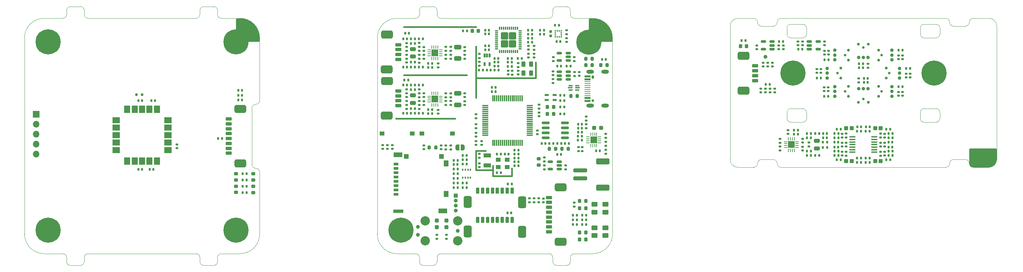
<source format=gts>
%TF.GenerationSoftware,KiCad,Pcbnew,7.0.2*%
%TF.CreationDate,2023-05-26T09:26:56+02:00*%
%TF.ProjectId,kleinvoet,6b6c6569-6e76-46f6-9574-2e6b69636164,C*%
%TF.SameCoordinates,Original*%
%TF.FileFunction,Soldermask,Top*%
%TF.FilePolarity,Negative*%
%FSLAX46Y46*%
G04 Gerber Fmt 4.6, Leading zero omitted, Abs format (unit mm)*
G04 Created by KiCad (PCBNEW 7.0.2) date 2023-05-26 09:26:56*
%MOMM*%
%LPD*%
G01*
G04 APERTURE LIST*
G04 Aperture macros list*
%AMRoundRect*
0 Rectangle with rounded corners*
0 $1 Rounding radius*
0 $2 $3 $4 $5 $6 $7 $8 $9 X,Y pos of 4 corners*
0 Add a 4 corners polygon primitive as box body*
4,1,4,$2,$3,$4,$5,$6,$7,$8,$9,$2,$3,0*
0 Add four circle primitives for the rounded corners*
1,1,$1+$1,$2,$3*
1,1,$1+$1,$4,$5*
1,1,$1+$1,$6,$7*
1,1,$1+$1,$8,$9*
0 Add four rect primitives between the rounded corners*
20,1,$1+$1,$2,$3,$4,$5,0*
20,1,$1+$1,$4,$5,$6,$7,0*
20,1,$1+$1,$6,$7,$8,$9,0*
20,1,$1+$1,$8,$9,$2,$3,0*%
%AMFreePoly0*
4,1,19,0.500000,-0.750000,0.000000,-0.750000,0.000000,-0.744911,-0.071157,-0.744911,-0.207708,-0.704816,-0.327430,-0.627875,-0.420627,-0.520320,-0.479746,-0.390866,-0.500000,-0.250000,-0.500000,0.250000,-0.479746,0.390866,-0.420627,0.520320,-0.327430,0.627875,-0.207708,0.704816,-0.071157,0.744911,0.000000,0.744911,0.000000,0.750000,0.500000,0.750000,0.500000,-0.750000,0.500000,-0.750000,
$1*%
%AMFreePoly1*
4,1,19,0.000000,0.744911,0.071157,0.744911,0.207708,0.704816,0.327430,0.627875,0.420627,0.520320,0.479746,0.390866,0.500000,0.250000,0.500000,-0.250000,0.479746,-0.390866,0.420627,-0.520320,0.327430,-0.627875,0.207708,-0.704816,0.071157,-0.744911,0.000000,-0.744911,0.000000,-0.750000,-0.500000,-0.750000,-0.500000,0.750000,0.000000,0.750000,0.000000,0.744911,0.000000,0.744911,
$1*%
G04 Aperture macros list end*
%ADD10C,0.400000*%
%ADD11RoundRect,0.140000X-0.140000X-0.170000X0.140000X-0.170000X0.140000X0.170000X-0.140000X0.170000X0*%
%ADD12RoundRect,0.140000X0.140000X0.170000X-0.140000X0.170000X-0.140000X-0.170000X0.140000X-0.170000X0*%
%ADD13RoundRect,0.135000X0.135000X0.185000X-0.135000X0.185000X-0.135000X-0.185000X0.135000X-0.185000X0*%
%ADD14RoundRect,0.218750X0.218750X0.256250X-0.218750X0.256250X-0.218750X-0.256250X0.218750X-0.256250X0*%
%ADD15RoundRect,0.135000X-0.135000X-0.185000X0.135000X-0.185000X0.135000X0.185000X-0.135000X0.185000X0*%
%ADD16R,1.300000X1.100000*%
%ADD17R,1.250000X1.000000*%
%ADD18RoundRect,0.200000X-0.200000X-0.275000X0.200000X-0.275000X0.200000X0.275000X-0.200000X0.275000X0*%
%ADD19RoundRect,0.140000X0.170000X-0.140000X0.170000X0.140000X-0.170000X0.140000X-0.170000X-0.140000X0*%
%ADD20RoundRect,0.140000X-0.170000X0.140000X-0.170000X-0.140000X0.170000X-0.140000X0.170000X0.140000X0*%
%ADD21R,1.900000X1.100000*%
%ADD22C,0.800000*%
%ADD23C,6.400000*%
%ADD24RoundRect,0.135000X-0.185000X0.135000X-0.185000X-0.135000X0.185000X-0.135000X0.185000X0.135000X0*%
%ADD25RoundRect,0.150000X0.512500X0.150000X-0.512500X0.150000X-0.512500X-0.150000X0.512500X-0.150000X0*%
%ADD26RoundRect,0.237500X-0.287500X-0.237500X0.287500X-0.237500X0.287500X0.237500X-0.287500X0.237500X0*%
%ADD27RoundRect,0.250000X1.500000X-0.250000X1.500000X0.250000X-1.500000X0.250000X-1.500000X-0.250000X0*%
%ADD28RoundRect,0.250001X1.449999X-0.499999X1.449999X0.499999X-1.449999X0.499999X-1.449999X-0.499999X0*%
%ADD29R,1.000000X0.375000*%
%ADD30R,1.200000X0.300000*%
%ADD31RoundRect,0.218750X-0.218750X-0.256250X0.218750X-0.256250X0.218750X0.256250X-0.218750X0.256250X0*%
%ADD32RoundRect,0.062500X-0.350000X-0.062500X0.350000X-0.062500X0.350000X0.062500X-0.350000X0.062500X0*%
%ADD33RoundRect,0.062500X-0.062500X-0.350000X0.062500X-0.350000X0.062500X0.350000X-0.062500X0.350000X0*%
%ADD34R,1.680000X1.680000*%
%ADD35RoundRect,0.250000X-0.475000X0.250000X-0.475000X-0.250000X0.475000X-0.250000X0.475000X0.250000X0*%
%ADD36RoundRect,0.250000X0.650000X-0.325000X0.650000X0.325000X-0.650000X0.325000X-0.650000X-0.325000X0*%
%ADD37RoundRect,0.237500X-0.237500X0.287500X-0.237500X-0.287500X0.237500X-0.287500X0.237500X0.287500X0*%
%ADD38RoundRect,0.135000X0.185000X-0.135000X0.185000X0.135000X-0.185000X0.135000X-0.185000X-0.135000X0*%
%ADD39RoundRect,0.275000X0.275000X-0.375000X0.275000X0.375000X-0.275000X0.375000X-0.275000X-0.375000X0*%
%ADD40RoundRect,0.275000X-0.275000X0.375000X-0.275000X-0.375000X0.275000X-0.375000X0.275000X0.375000X0*%
%ADD41RoundRect,0.075000X0.075000X-0.700000X0.075000X0.700000X-0.075000X0.700000X-0.075000X-0.700000X0*%
%ADD42RoundRect,0.075000X0.700000X-0.075000X0.700000X0.075000X-0.700000X0.075000X-0.700000X-0.075000X0*%
%ADD43RoundRect,0.075000X0.075000X-0.325000X0.075000X0.325000X-0.075000X0.325000X-0.075000X-0.325000X0*%
%ADD44RoundRect,0.075000X-0.075000X0.325000X-0.075000X-0.325000X0.075000X-0.325000X0.075000X0.325000X0*%
%ADD45RoundRect,0.075000X0.325000X0.075000X-0.325000X0.075000X-0.325000X-0.075000X0.325000X-0.075000X0*%
%ADD46RoundRect,0.075000X-0.325000X-0.075000X0.325000X-0.075000X0.325000X0.075000X-0.325000X0.075000X0*%
%ADD47RoundRect,0.111600X-0.788400X0.788400X-0.788400X-0.788400X0.788400X-0.788400X0.788400X0.788400X0*%
%ADD48RoundRect,0.111600X-0.788400X-0.788400X0.788400X-0.788400X0.788400X0.788400X-0.788400X0.788400X0*%
%ADD49RoundRect,0.111600X0.788400X0.788400X-0.788400X0.788400X-0.788400X-0.788400X0.788400X-0.788400X0*%
%ADD50RoundRect,0.111600X0.788400X-0.788400X0.788400X0.788400X-0.788400X0.788400X-0.788400X-0.788400X0*%
%ADD51C,0.650000*%
%ADD52O,0.650000X0.900000*%
%ADD53R,1.500000X0.520000*%
%ADD54R,1.500000X0.280000*%
%ADD55R,1.500000X0.523000*%
%ADD56O,1.950000X0.950000*%
%ADD57R,1.700000X1.700000*%
%ADD58O,1.700000X1.700000*%
%ADD59RoundRect,0.218750X-0.256250X0.218750X-0.256250X-0.218750X0.256250X-0.218750X0.256250X0.218750X0*%
%ADD60RoundRect,0.525000X-0.975000X0.525000X-0.975000X-0.525000X0.975000X-0.525000X0.975000X0.525000X0*%
%ADD61RoundRect,0.200000X-0.600000X0.200000X-0.600000X-0.200000X0.600000X-0.200000X0.600000X0.200000X0*%
%ADD62RoundRect,0.200000X0.600000X-0.200000X0.600000X0.200000X-0.600000X0.200000X-0.600000X-0.200000X0*%
%ADD63RoundRect,0.147500X0.172500X-0.147500X0.172500X0.147500X-0.172500X0.147500X-0.172500X-0.147500X0*%
%ADD64R,0.350000X0.500000*%
%ADD65RoundRect,0.250000X0.287500X0.275000X-0.287500X0.275000X-0.287500X-0.275000X0.287500X-0.275000X0*%
%ADD66R,1.000000X1.000000*%
%ADD67O,1.000000X1.000000*%
%ADD68RoundRect,0.150000X-0.150000X-0.200000X0.150000X-0.200000X0.150000X0.200000X-0.150000X0.200000X0*%
%ADD69RoundRect,0.200000X0.200000X0.275000X-0.200000X0.275000X-0.200000X-0.275000X0.200000X-0.275000X0*%
%ADD70C,0.900000*%
%ADD71C,0.700000*%
%ADD72RoundRect,0.000001X-0.750000X0.900000X-0.750000X-0.900000X0.750000X-0.900000X0.750000X0.900000X0*%
%ADD73RoundRect,0.000001X-0.900000X0.750000X-0.900000X-0.750000X0.900000X-0.750000X0.900000X0.750000X0*%
%ADD74RoundRect,0.150000X-0.100000X0.350000X-0.100000X-0.350000X0.100000X-0.350000X0.100000X0.350000X0*%
%ADD75R,1.000000X0.600000*%
%ADD76RoundRect,0.250000X-0.287500X-0.275000X0.287500X-0.275000X0.287500X0.275000X-0.287500X0.275000X0*%
%ADD77RoundRect,0.147500X-0.172500X0.147500X-0.172500X-0.147500X0.172500X-0.147500X0.172500X0.147500X0*%
%ADD78RoundRect,0.155000X0.155000X-0.212500X0.155000X0.212500X-0.155000X0.212500X-0.155000X-0.212500X0*%
%ADD79RoundRect,0.147500X0.147500X0.172500X-0.147500X0.172500X-0.147500X-0.172500X0.147500X-0.172500X0*%
%ADD80RoundRect,0.147500X-0.147500X-0.172500X0.147500X-0.172500X0.147500X0.172500X-0.147500X0.172500X0*%
%ADD81RoundRect,0.062500X0.350000X0.062500X-0.350000X0.062500X-0.350000X-0.062500X0.350000X-0.062500X0*%
%ADD82RoundRect,0.062500X0.062500X0.350000X-0.062500X0.350000X-0.062500X-0.350000X0.062500X-0.350000X0*%
%ADD83RoundRect,0.150000X-0.512500X-0.150000X0.512500X-0.150000X0.512500X0.150000X-0.512500X0.150000X0*%
%ADD84RoundRect,0.525000X0.975000X-0.525000X0.975000X0.525000X-0.975000X0.525000X-0.975000X-0.525000X0*%
%ADD85FreePoly0,180.000000*%
%ADD86FreePoly1,180.000000*%
%ADD87RoundRect,0.300000X0.500000X-0.300000X0.500000X0.300000X-0.500000X0.300000X-0.500000X-0.300000X0*%
%ADD88RoundRect,0.525000X-0.525000X-0.975000X0.525000X-0.975000X0.525000X0.975000X-0.525000X0.975000X0*%
%ADD89RoundRect,0.200000X-0.200000X-0.600000X0.200000X-0.600000X0.200000X0.600000X-0.200000X0.600000X0*%
%ADD90RoundRect,0.200000X0.200000X0.600000X-0.200000X0.600000X-0.200000X-0.600000X0.200000X-0.600000X0*%
%ADD91RoundRect,0.150000X0.825000X0.150000X-0.825000X0.150000X-0.825000X-0.150000X0.825000X-0.150000X0*%
%ADD92C,1.000000*%
%ADD93RoundRect,0.087500X0.712500X-0.087500X0.712500X0.087500X-0.712500X0.087500X-0.712500X-0.087500X0*%
%ADD94RoundRect,0.062500X0.062500X-0.350000X0.062500X0.350000X-0.062500X0.350000X-0.062500X-0.350000X0*%
%ADD95RoundRect,0.062500X0.350000X-0.062500X0.350000X0.062500X-0.350000X0.062500X-0.350000X-0.062500X0*%
%ADD96R,0.350000X0.375000*%
%ADD97R,0.375000X0.350000*%
%ADD98R,1.250000X0.800000*%
%ADD99R,1.250000X1.160000*%
%ADD100R,2.500000X0.950000*%
%ADD101R,2.200000X1.150000*%
%ADD102R,1.150000X1.500000*%
%ADD103C,2.374900*%
%ADD104C,0.990600*%
%TA.AperFunction,Profile*%
%ADD105C,0.050000*%
%TD*%
G04 APERTURE END LIST*
D10*
X148300000Y-72200000D02*
X148300000Y-70300000D01*
X139200000Y-70700000D02*
X143500000Y-70700000D01*
X120800000Y-46500000D02*
X136800000Y-46500000D01*
X146200000Y-47200000D02*
X146200000Y-47200000D01*
X139200000Y-47200000D02*
X154400000Y-47200000D01*
X141600000Y-65800000D02*
X139200000Y-65800000D01*
X143500000Y-72200000D02*
X148300000Y-72200000D01*
X120800000Y-34200000D02*
X139200000Y-34200000D01*
X118800000Y-57600000D02*
X133800000Y-57600000D01*
X139200000Y-52200000D02*
X139200000Y-39200000D01*
X154400000Y-47200000D02*
X154400000Y-43250000D01*
X139200000Y-65800000D02*
X139200000Y-70700000D01*
X143500000Y-69600000D02*
X143500000Y-72200000D01*
D11*
%TO.C,C502*%
X120620000Y-44400000D03*
X121580000Y-44400000D03*
%TD*%
D12*
%TO.C,C501*%
X121580000Y-37200000D03*
X120620000Y-37200000D03*
%TD*%
D11*
%TO.C,C903*%
X169820000Y-65800000D03*
X170780000Y-65800000D03*
%TD*%
D12*
%TO.C,C904*%
X166180000Y-59000000D03*
X165220000Y-59000000D03*
%TD*%
D13*
%TO.C,R905*%
X167317800Y-84600000D03*
X166297800Y-84600000D03*
%TD*%
D14*
%TO.C,D901*%
X167195300Y-86600000D03*
X165620300Y-86600000D03*
%TD*%
%TO.C,D902*%
X167195300Y-88400000D03*
X165620300Y-88400000D03*
%TD*%
D15*
%TO.C,R908*%
X163897800Y-84600000D03*
X164917800Y-84600000D03*
%TD*%
D16*
%TO.C,Y101*%
X144862400Y-69950000D03*
X147162400Y-69950000D03*
X147162400Y-68050000D03*
X144862400Y-68050000D03*
%TD*%
D17*
%TO.C,SW101*%
X122950000Y-61400000D03*
X115200000Y-61400000D03*
%TD*%
D18*
%TO.C,R209*%
X163375000Y-51800000D03*
X165025000Y-51800000D03*
%TD*%
D19*
%TO.C,CB401*%
X149900000Y-46330000D03*
X149900000Y-45370000D03*
%TD*%
D20*
%TO.C,C101*%
X155300000Y-56020000D03*
X155300000Y-56980000D03*
%TD*%
%TO.C,C103*%
X139200000Y-63320000D03*
X139200000Y-64280000D03*
%TD*%
D12*
%TO.C,C104*%
X147480000Y-66600000D03*
X146520000Y-66600000D03*
%TD*%
D19*
%TO.C,C105*%
X140012400Y-69930000D03*
X140012400Y-68970000D03*
%TD*%
D20*
%TO.C,C106*%
X140012400Y-66570000D03*
X140012400Y-67530000D03*
%TD*%
D11*
%TO.C,C403*%
X147320000Y-43200000D03*
X148280000Y-43200000D03*
%TD*%
D19*
%TO.C,CB102*%
X125900000Y-65380000D03*
X125900000Y-64420000D03*
%TD*%
D20*
%TO.C,CB101*%
X155300000Y-54020000D03*
X155300000Y-54980000D03*
%TD*%
D19*
%TO.C,CB103*%
X139212400Y-62130000D03*
X139212400Y-61170000D03*
%TD*%
D20*
%TO.C,CB104*%
X154800000Y-60570000D03*
X154800000Y-61530000D03*
%TD*%
D11*
%TO.C,CB105*%
X143220000Y-50700000D03*
X144180000Y-50700000D03*
%TD*%
D20*
%TO.C,CB106*%
X140600000Y-63320000D03*
X140600000Y-64280000D03*
%TD*%
%TO.C,CB107*%
X130300000Y-64420000D03*
X130300000Y-65380000D03*
%TD*%
D18*
%TO.C,R208*%
X167175000Y-43900000D03*
X168825000Y-43900000D03*
%TD*%
D21*
%TO.C,Y102*%
X142012400Y-69500000D03*
X142012400Y-67000000D03*
%TD*%
D22*
%TO.C,H201*%
X165600000Y-38050000D03*
X166302944Y-36352944D03*
X166302944Y-39747056D03*
X168000000Y-35650000D03*
D23*
X168000000Y-38050000D03*
D22*
X168000000Y-40450000D03*
X169697056Y-36352944D03*
X169697056Y-39747056D03*
X170400000Y-38050000D03*
%TD*%
D13*
%TO.C,R106*%
X145510000Y-66600000D03*
X144490000Y-66600000D03*
%TD*%
D24*
%TO.C,R101*%
X139212400Y-58990000D03*
X139212400Y-60010000D03*
%TD*%
D22*
%TO.C,H202*%
X117600000Y-86050000D03*
X118302944Y-84352944D03*
X118302944Y-87747056D03*
X120000000Y-83650000D03*
D23*
X120000000Y-86050000D03*
D22*
X120000000Y-88450000D03*
X121697056Y-84352944D03*
X121697056Y-87747056D03*
X122400000Y-86050000D03*
%TD*%
D17*
%TO.C,SW102*%
X125400000Y-61400000D03*
X133150000Y-61400000D03*
%TD*%
D25*
%TO.C,U903*%
X162737500Y-42750000D03*
X162737500Y-41800000D03*
X162737500Y-40850000D03*
X160462500Y-40850000D03*
X160462500Y-42750000D03*
%TD*%
D26*
%TO.C,F901*%
X169325000Y-59900000D03*
X171075000Y-59900000D03*
%TD*%
D27*
%TO.C,J201*%
X165750000Y-72800000D03*
X165750000Y-70800000D03*
D28*
X171500000Y-75150000D03*
X171500000Y-68450000D03*
%TD*%
D19*
%TO.C,C910*%
X158862500Y-42880000D03*
X158862500Y-41920000D03*
%TD*%
D29*
%TO.C,U201*%
X163325000Y-49162500D03*
D30*
X163250000Y-49700000D03*
D29*
X163325000Y-50237500D03*
X165025000Y-50237500D03*
D30*
X165100000Y-49700000D03*
D29*
X165025000Y-49162500D03*
%TD*%
D31*
%TO.C,D103*%
X157412500Y-54600000D03*
X158987500Y-54600000D03*
%TD*%
D15*
%TO.C,R105*%
X160690000Y-54600000D03*
X161710000Y-54600000D03*
%TD*%
D11*
%TO.C,C102*%
X144532400Y-71400000D03*
X145492400Y-71400000D03*
%TD*%
D32*
%TO.C,U801*%
X127237500Y-51850000D03*
X127237500Y-52350000D03*
X127237500Y-52850000D03*
X127237500Y-53350000D03*
D33*
X127950000Y-54062500D03*
X128450000Y-54062500D03*
X128950000Y-54062500D03*
X129450000Y-54062500D03*
D32*
X130162500Y-53350000D03*
X130162500Y-52850000D03*
X130162500Y-52350000D03*
X130162500Y-51850000D03*
D33*
X129450000Y-51137500D03*
X128950000Y-51137500D03*
X128450000Y-51137500D03*
X127950000Y-51137500D03*
D34*
X128700000Y-52600000D03*
%TD*%
D32*
%TO.C,U701*%
X127237500Y-40050000D03*
X127237500Y-40550000D03*
X127237500Y-41050000D03*
X127237500Y-41550000D03*
D33*
X127950000Y-42262500D03*
X128450000Y-42262500D03*
X128950000Y-42262500D03*
X129450000Y-42262500D03*
D32*
X130162500Y-41550000D03*
X130162500Y-41050000D03*
X130162500Y-40550000D03*
X130162500Y-40050000D03*
D33*
X129450000Y-39337500D03*
X128950000Y-39337500D03*
X128450000Y-39337500D03*
X127950000Y-39337500D03*
D34*
X128700000Y-40800000D03*
%TD*%
D12*
%TO.C,C401*%
X142480000Y-36000000D03*
X141520000Y-36000000D03*
%TD*%
%TO.C,C402*%
X142480000Y-39000000D03*
X141520000Y-39000000D03*
%TD*%
%TO.C,C405*%
X142480000Y-35000000D03*
X141520000Y-35000000D03*
%TD*%
%TO.C,C406*%
X142480000Y-40000000D03*
X141520000Y-40000000D03*
%TD*%
D11*
%TO.C,C407*%
X147320000Y-42200000D03*
X148280000Y-42200000D03*
%TD*%
D12*
%TO.C,C409*%
X144880000Y-43200000D03*
X143920000Y-43200000D03*
%TD*%
%TO.C,C410*%
X144880000Y-42200000D03*
X143920000Y-42200000D03*
%TD*%
D20*
%TO.C,C411*%
X152540000Y-41010000D03*
X152540000Y-41970000D03*
%TD*%
%TO.C,C412*%
X154000000Y-41010000D03*
X154000000Y-41970000D03*
%TD*%
%TO.C,C413*%
X147350000Y-45370000D03*
X147350000Y-46330000D03*
%TD*%
D11*
%TO.C,C414*%
X147320000Y-44300000D03*
X148280000Y-44300000D03*
%TD*%
D12*
%TO.C,C701*%
X123580000Y-44400000D03*
X122620000Y-44400000D03*
%TD*%
%TO.C,C702*%
X123580000Y-37200000D03*
X122620000Y-37200000D03*
%TD*%
D35*
%TO.C,C703*%
X123100000Y-39850000D03*
X123100000Y-41750000D03*
%TD*%
D19*
%TO.C,C706*%
X125900000Y-42280000D03*
X125900000Y-41320000D03*
%TD*%
D20*
%TO.C,C707*%
X125900000Y-39320000D03*
X125900000Y-40280000D03*
%TD*%
D11*
%TO.C,C708*%
X127020000Y-43500000D03*
X127980000Y-43500000D03*
%TD*%
D19*
%TO.C,C709*%
X136300000Y-42280000D03*
X136300000Y-41320000D03*
%TD*%
D36*
%TO.C,C710*%
X134500000Y-42275000D03*
X134500000Y-39325000D03*
%TD*%
D19*
%TO.C,C711*%
X136300000Y-40280000D03*
X136300000Y-39320000D03*
%TD*%
D12*
%TO.C,C801*%
X123580000Y-56200000D03*
X122620000Y-56200000D03*
%TD*%
%TO.C,C802*%
X123580000Y-49000000D03*
X122620000Y-49000000D03*
%TD*%
D35*
%TO.C,C803*%
X123100000Y-51650000D03*
X123100000Y-53550000D03*
%TD*%
D19*
%TO.C,C806*%
X125900000Y-54080000D03*
X125900000Y-53120000D03*
%TD*%
D20*
%TO.C,C807*%
X125900000Y-51120000D03*
X125900000Y-52080000D03*
%TD*%
D11*
%TO.C,C808*%
X127020000Y-55300000D03*
X127980000Y-55300000D03*
%TD*%
D19*
%TO.C,C809*%
X136300000Y-54080000D03*
X136300000Y-53120000D03*
%TD*%
D36*
%TO.C,C810*%
X134500000Y-54075000D03*
X134500000Y-51125000D03*
%TD*%
D19*
%TO.C,C811*%
X136300000Y-52080000D03*
X136300000Y-51120000D03*
%TD*%
D37*
%TO.C,D101*%
X131600000Y-83525000D03*
X131600000Y-85275000D03*
%TD*%
%TO.C,D102*%
X129200000Y-83525000D03*
X129200000Y-85275000D03*
%TD*%
D31*
%TO.C,D104*%
X157412500Y-56400000D03*
X158987500Y-56400000D03*
%TD*%
D38*
%TO.C,R102*%
X131600000Y-88225000D03*
X131600000Y-87205000D03*
%TD*%
%TO.C,R103*%
X129200000Y-88225000D03*
X129200000Y-87205000D03*
%TD*%
D15*
%TO.C,R107*%
X160690000Y-56400000D03*
X161710000Y-56400000D03*
%TD*%
D24*
%TO.C,R404*%
X149900000Y-43390000D03*
X149900000Y-44410000D03*
%TD*%
D15*
%TO.C,R407*%
X155490000Y-36050000D03*
X156510000Y-36050000D03*
%TD*%
%TO.C,R408*%
X155490000Y-35050000D03*
X156510000Y-35050000D03*
%TD*%
D38*
%TO.C,R414*%
X148400000Y-46360000D03*
X148400000Y-45340000D03*
%TD*%
D13*
%TO.C,R701*%
X123610000Y-43200000D03*
X122590000Y-43200000D03*
%TD*%
%TO.C,R702*%
X123610000Y-38400000D03*
X122590000Y-38400000D03*
%TD*%
D24*
%TO.C,R703*%
X124700000Y-42290000D03*
X124700000Y-43310000D03*
%TD*%
D38*
%TO.C,R704*%
X124700000Y-39310000D03*
X124700000Y-38290000D03*
%TD*%
D13*
%TO.C,R705*%
X125610000Y-44400000D03*
X124590000Y-44400000D03*
%TD*%
%TO.C,R706*%
X125610000Y-37200000D03*
X124590000Y-37200000D03*
%TD*%
D24*
%TO.C,R709*%
X132700000Y-41290000D03*
X132700000Y-42310000D03*
%TD*%
D38*
%TO.C,R710*%
X132700000Y-40310000D03*
X132700000Y-39290000D03*
%TD*%
D13*
%TO.C,R801*%
X123610000Y-55000000D03*
X122590000Y-55000000D03*
%TD*%
%TO.C,R802*%
X123610000Y-50200000D03*
X122590000Y-50200000D03*
%TD*%
D24*
%TO.C,R803*%
X124700000Y-54090000D03*
X124700000Y-55110000D03*
%TD*%
D38*
%TO.C,R804*%
X124700000Y-51110000D03*
X124700000Y-50090000D03*
%TD*%
D13*
%TO.C,R805*%
X125610000Y-56200000D03*
X124590000Y-56200000D03*
%TD*%
%TO.C,R806*%
X125610000Y-49000000D03*
X124590000Y-49000000D03*
%TD*%
D24*
%TO.C,R809*%
X132700000Y-53090000D03*
X132700000Y-54110000D03*
%TD*%
D38*
%TO.C,R810*%
X132700000Y-52110000D03*
X132700000Y-51090000D03*
%TD*%
D39*
%TO.C,X401*%
X153200000Y-46000000D03*
X153200000Y-43700000D03*
D40*
X151300000Y-43700000D03*
X151300000Y-46000000D03*
%TD*%
D20*
%TO.C,C408*%
X152550000Y-39020000D03*
X152550000Y-39980000D03*
%TD*%
D41*
%TO.C,U101*%
X143450000Y-63717200D03*
X143950000Y-63717200D03*
X144450000Y-63717200D03*
X144950000Y-63717200D03*
X145450000Y-63717200D03*
X145950000Y-63717200D03*
X146450000Y-63717200D03*
X146950000Y-63717200D03*
X147450000Y-63717200D03*
X147950000Y-63717200D03*
X148450000Y-63717200D03*
X148950000Y-63717200D03*
X149450000Y-63717200D03*
X149950000Y-63717200D03*
X150450000Y-63717200D03*
X150950000Y-63717200D03*
D42*
X152875000Y-61792200D03*
X152875000Y-61292200D03*
X152875000Y-60792200D03*
X152875000Y-60292200D03*
X152875000Y-59792200D03*
X152875000Y-59292200D03*
X152875000Y-58792200D03*
X152875000Y-58292200D03*
X152875000Y-57792200D03*
X152875000Y-57292200D03*
X152875000Y-56792200D03*
X152875000Y-56292200D03*
X152875000Y-55792200D03*
X152875000Y-55292200D03*
X152875000Y-54792200D03*
X152875000Y-54292200D03*
D41*
X150950000Y-52367200D03*
X150450000Y-52367200D03*
X149950000Y-52367200D03*
X149450000Y-52367200D03*
X148950000Y-52367200D03*
X148450000Y-52367200D03*
X147950000Y-52367200D03*
X147450000Y-52367200D03*
X146950000Y-52367200D03*
X146450000Y-52367200D03*
X145950000Y-52367200D03*
X145450000Y-52367200D03*
X144950000Y-52367200D03*
X144450000Y-52367200D03*
X143950000Y-52367200D03*
X143450000Y-52367200D03*
D42*
X141525000Y-54292200D03*
X141525000Y-54792200D03*
X141525000Y-55292200D03*
X141525000Y-55792200D03*
X141525000Y-56292200D03*
X141525000Y-56792200D03*
X141525000Y-57292200D03*
X141525000Y-57792200D03*
X141525000Y-58292200D03*
X141525000Y-58792200D03*
X141525000Y-59292200D03*
X141525000Y-59792200D03*
X141525000Y-60292200D03*
X141525000Y-60792200D03*
X141525000Y-61292200D03*
X141525000Y-61792200D03*
%TD*%
D15*
%TO.C,R205*%
X133490000Y-70400000D03*
X134510000Y-70400000D03*
%TD*%
D43*
%TO.C,U401*%
X145215000Y-40500000D03*
X145715000Y-40500000D03*
X146215000Y-40500000D03*
X146715000Y-40500000D03*
X147215000Y-40500000D03*
D44*
X147715000Y-40500000D03*
X148215000Y-40500000D03*
X148715000Y-40500000D03*
X149215000Y-40500000D03*
X149715000Y-40500000D03*
D45*
X150465000Y-39750000D03*
X150465000Y-39250000D03*
X150465000Y-38750000D03*
X150465000Y-38250000D03*
X150465000Y-37750000D03*
D46*
X150465000Y-37250000D03*
X150465000Y-36750000D03*
X150465000Y-36250000D03*
X150465000Y-35750000D03*
X150465000Y-35250000D03*
D44*
X149715000Y-34500000D03*
X149215000Y-34500000D03*
X148715000Y-34500000D03*
X148215000Y-34500000D03*
X147715000Y-34500000D03*
D43*
X147215000Y-34500000D03*
X146715000Y-34500000D03*
X146215000Y-34500000D03*
X145715000Y-34500000D03*
X145215000Y-34500000D03*
D46*
X144465000Y-35250000D03*
X144465000Y-35750000D03*
X144465000Y-36250000D03*
X144465000Y-36750000D03*
X144465000Y-37250000D03*
D45*
X144465000Y-37750000D03*
X144465000Y-38250000D03*
X144465000Y-38750000D03*
X144465000Y-39250000D03*
X144465000Y-39750000D03*
D47*
X146465000Y-38500000D03*
D48*
X148465000Y-38500000D03*
D49*
X146465000Y-36500000D03*
D50*
X148465000Y-36500000D03*
%TD*%
D51*
%TO.C,J206*%
X169000000Y-52950000D03*
D52*
X169000000Y-46950000D03*
D53*
X167650000Y-53050000D03*
X167650000Y-52300000D03*
D54*
X167650000Y-51700000D03*
X167650000Y-50200000D03*
X167650000Y-49200000D03*
X167650000Y-48200000D03*
D53*
X167650000Y-47600000D03*
D55*
X167650000Y-46850000D03*
D53*
X167650000Y-46850000D03*
X167650000Y-47600000D03*
D54*
X167650000Y-48700000D03*
X167650000Y-49700000D03*
X167650000Y-50700000D03*
X167650000Y-51200000D03*
D53*
X167650000Y-52300000D03*
X167650000Y-53050000D03*
D56*
X168275000Y-54270000D03*
X172100000Y-54270000D03*
X168275000Y-45630000D03*
X172100000Y-45630000D03*
%TD*%
D57*
%TO.C,J303*%
X27000000Y-56425000D03*
D58*
X27000000Y-58965000D03*
X27000000Y-61505000D03*
X27000000Y-64045000D03*
X27000000Y-66585000D03*
%TD*%
D22*
%TO.C,H301*%
X80400000Y-38000000D03*
X79697056Y-39697056D03*
X79697056Y-36302944D03*
X78000000Y-40400000D03*
D23*
X78000000Y-38000000D03*
D22*
X78000000Y-35600000D03*
X76302944Y-39697056D03*
X76302944Y-36302944D03*
X75600000Y-38000000D03*
%TD*%
%TO.C,H303*%
X80400000Y-86000000D03*
X79697056Y-87697056D03*
X79697056Y-84302944D03*
X78000000Y-88400000D03*
D23*
X78000000Y-86000000D03*
D22*
X78000000Y-83600000D03*
X76302944Y-87697056D03*
X76302944Y-84302944D03*
X75600000Y-86000000D03*
%TD*%
%TO.C,H304*%
X32400000Y-86000000D03*
X31697056Y-87697056D03*
X31697056Y-84302944D03*
X30000000Y-88400000D03*
D23*
X30000000Y-86000000D03*
D22*
X30000000Y-83600000D03*
X28302944Y-87697056D03*
X28302944Y-84302944D03*
X27600000Y-86000000D03*
%TD*%
%TO.C,H302*%
X32400000Y-38000000D03*
X31697056Y-39697056D03*
X31697056Y-36302944D03*
X30000000Y-40400000D03*
D23*
X30000000Y-38000000D03*
D22*
X30000000Y-35600000D03*
X28302944Y-39697056D03*
X28302944Y-36302944D03*
X27600000Y-38000000D03*
%TD*%
D59*
%TO.C,D304*%
X82400000Y-71625000D03*
X82400000Y-73200000D03*
%TD*%
D12*
%TO.C,C305*%
X54000000Y-52950000D03*
X53040000Y-52950000D03*
%TD*%
D13*
%TO.C,R305*%
X80710000Y-71600000D03*
X79690000Y-71600000D03*
%TD*%
D11*
%TO.C,C303*%
X56370000Y-52950000D03*
X57330000Y-52950000D03*
%TD*%
D59*
%TO.C,D305*%
X78000000Y-71612500D03*
X78000000Y-73187500D03*
%TD*%
D20*
%TO.C,C304*%
X62900000Y-64145000D03*
X62900000Y-65105000D03*
%TD*%
D15*
%TO.C,R304*%
X79690000Y-73200000D03*
X80710000Y-73200000D03*
%TD*%
D60*
%TO.C,J601*%
X116450000Y-47975000D03*
X116400000Y-56825000D03*
D61*
X119400000Y-54275000D03*
D62*
X119400000Y-53025000D03*
X119400000Y-51775000D03*
X119400000Y-50525000D03*
%TD*%
D20*
%TO.C,C804*%
X124700000Y-52120000D03*
X124700000Y-53080000D03*
%TD*%
%TO.C,CB1403*%
X228050000Y-40270000D03*
X228050000Y-41230000D03*
%TD*%
D13*
%TO.C,R1402*%
X136810000Y-67000000D03*
X135790000Y-67000000D03*
%TD*%
%TO.C,R1628*%
X237390000Y-67600000D03*
X236370000Y-67600000D03*
%TD*%
D24*
%TO.C,R1607*%
X216700000Y-62690000D03*
X216700000Y-63710000D03*
%TD*%
D15*
%TO.C,R1605*%
X223590000Y-61400000D03*
X224610000Y-61400000D03*
%TD*%
D24*
%TO.C,R1514*%
X242400000Y-65990000D03*
X242400000Y-67010000D03*
%TD*%
D13*
%TO.C,R409*%
X153510000Y-37050000D03*
X152490000Y-37050000D03*
%TD*%
D19*
%TO.C,CB1404*%
X248900000Y-47080000D03*
X248900000Y-46120000D03*
%TD*%
D18*
%TO.C,R206*%
X127275000Y-64900000D03*
X128925000Y-64900000D03*
%TD*%
D13*
%TO.C,R303*%
X80710000Y-76400000D03*
X79690000Y-76400000D03*
%TD*%
D63*
%TO.C,FB102*%
X154000000Y-78885000D03*
X154000000Y-77915000D03*
%TD*%
D19*
%TO.C,C1505*%
X249900000Y-47080000D03*
X249900000Y-46120000D03*
%TD*%
D12*
%TO.C,CB903*%
X164880000Y-83400000D03*
X163920000Y-83400000D03*
%TD*%
D15*
%TO.C,R201*%
X133490000Y-75200000D03*
X134510000Y-75200000D03*
%TD*%
D11*
%TO.C,CB1607*%
X230620000Y-64800000D03*
X231580000Y-64800000D03*
%TD*%
D20*
%TO.C,C306*%
X156400000Y-77940000D03*
X156400000Y-78900000D03*
%TD*%
D11*
%TO.C,CB907*%
X159920000Y-66700000D03*
X160880000Y-66700000D03*
%TD*%
D64*
%TO.C,U1401*%
X135825000Y-70575000D03*
X136475000Y-70575000D03*
X137125000Y-70575000D03*
X137775000Y-70575000D03*
X137775000Y-72625000D03*
X137125000Y-72625000D03*
X136475000Y-72625000D03*
X135825000Y-72625000D03*
%TD*%
D65*
%TO.C,C1608*%
X242412500Y-68400000D03*
X240987500Y-68400000D03*
%TD*%
D38*
%TO.C,R207*%
X139200000Y-57510000D03*
X139200000Y-56490000D03*
%TD*%
D15*
%TO.C,R204*%
X133490000Y-71600000D03*
X134510000Y-71600000D03*
%TD*%
D12*
%TO.C,C1606*%
X226680000Y-61400000D03*
X225720000Y-61400000D03*
%TD*%
D11*
%TO.C,CB1408*%
X236920000Y-43600000D03*
X237880000Y-43600000D03*
%TD*%
D20*
%TO.C,CB1401*%
X229000000Y-49570000D03*
X229000000Y-50530000D03*
%TD*%
D15*
%TO.C,R1618*%
X244390000Y-67000000D03*
X245410000Y-67000000D03*
%TD*%
D24*
%TO.C,C1602*%
X224100000Y-63690000D03*
X224100000Y-64710000D03*
%TD*%
D12*
%TO.C,CB904*%
X164880000Y-82200000D03*
X163920000Y-82200000D03*
%TD*%
D66*
%TO.C,J203*%
X134000000Y-77200000D03*
D67*
X134000000Y-78470000D03*
X134000000Y-79740000D03*
X134000000Y-81010000D03*
%TD*%
D19*
%TO.C,C909*%
X156600000Y-70480000D03*
X156600000Y-69520000D03*
%TD*%
D11*
%TO.C,C404*%
X141970000Y-45200000D03*
X142930000Y-45200000D03*
%TD*%
D38*
%TO.C,R402*%
X140000000Y-44110000D03*
X140000000Y-43090000D03*
%TD*%
D68*
%TO.C,D301*%
X54000000Y-51450000D03*
X52600000Y-51450000D03*
%TD*%
D19*
%TO.C,C202*%
X115400000Y-65280000D03*
X115400000Y-64320000D03*
%TD*%
%TO.C,C1503*%
X247950000Y-42430000D03*
X247950000Y-41470000D03*
%TD*%
D20*
%TO.C,CB1201*%
X162300000Y-37070000D03*
X162300000Y-38030000D03*
%TD*%
D12*
%TO.C,CB201*%
X134480000Y-68200000D03*
X133520000Y-68200000D03*
%TD*%
D69*
%TO.C,R916*%
X159525000Y-65300000D03*
X157875000Y-65300000D03*
%TD*%
D38*
%TO.C,R912*%
X172300000Y-62510000D03*
X172300000Y-61490000D03*
%TD*%
D13*
%TO.C,R906*%
X166210000Y-63100000D03*
X165190000Y-63100000D03*
%TD*%
D24*
%TO.C,R1609*%
X239200000Y-43590000D03*
X239200000Y-44610000D03*
%TD*%
D15*
%TO.C,R202*%
X133490000Y-74000000D03*
X134510000Y-74000000D03*
%TD*%
D12*
%TO.C,CB1202*%
X160680000Y-37950000D03*
X159720000Y-37950000D03*
%TD*%
D11*
%TO.C,C415*%
X143920000Y-44200000D03*
X144880000Y-44200000D03*
%TD*%
D15*
%TO.C,R1635*%
X231190000Y-60300000D03*
X232210000Y-60300000D03*
%TD*%
D19*
%TO.C,CB1406*%
X246950000Y-51730000D03*
X246950000Y-50770000D03*
%TD*%
D51*
%TO.C,MK1404*%
X238000000Y-39400000D03*
D70*
X239200000Y-42020000D03*
D71*
X239270000Y-38610000D03*
X236730000Y-38610000D03*
D70*
X236800000Y-42020000D03*
X238000000Y-42020000D03*
%TD*%
D15*
%TO.C,R921*%
X162290000Y-44200000D03*
X163310000Y-44200000D03*
%TD*%
D63*
%TO.C,FB101*%
X152800000Y-78885000D03*
X152800000Y-77915000D03*
%TD*%
D72*
%TO.C,U301*%
X57800000Y-55165000D03*
X55900000Y-55165000D03*
X54000000Y-55165000D03*
X52100000Y-55165000D03*
X50200000Y-55165000D03*
D73*
X47400000Y-57965000D03*
X47400000Y-59865000D03*
X47400000Y-61765000D03*
X47400000Y-63665000D03*
X47400000Y-65565000D03*
D72*
X50200000Y-68365000D03*
X52100000Y-68365000D03*
X54000000Y-68365000D03*
X55900000Y-68365000D03*
X57800000Y-68365000D03*
D73*
X60600000Y-65565000D03*
X60600000Y-63665000D03*
X60600000Y-61765000D03*
X60600000Y-59865000D03*
X60600000Y-57965000D03*
%TD*%
D74*
%TO.C,U402*%
X142650000Y-41500000D03*
X142000000Y-41500000D03*
X141350000Y-41500000D03*
X141350000Y-43700000D03*
X142650000Y-43700000D03*
%TD*%
D20*
%TO.C,CB1405*%
X227100000Y-44920000D03*
X227100000Y-45880000D03*
%TD*%
D75*
%TO.C,D105*%
X157200000Y-51550000D03*
X157200000Y-52850000D03*
X159200000Y-52850000D03*
X159200000Y-51550000D03*
%TD*%
D15*
%TO.C,R1622*%
X238590000Y-60800000D03*
X239610000Y-60800000D03*
%TD*%
D20*
%TO.C,C704*%
X124700000Y-40320000D03*
X124700000Y-41280000D03*
%TD*%
D11*
%TO.C,CB1409*%
X135820000Y-73975000D03*
X136780000Y-73975000D03*
%TD*%
D19*
%TO.C,CB1602*%
X218780000Y-61480000D03*
X218780000Y-60520000D03*
%TD*%
D11*
%TO.C,CB1301*%
X155920000Y-63900000D03*
X156880000Y-63900000D03*
%TD*%
D13*
%TO.C,R1612*%
X227110000Y-47200000D03*
X226090000Y-47200000D03*
%TD*%
D76*
%TO.C,C1613*%
X233587500Y-68400000D03*
X235012500Y-68400000D03*
%TD*%
D20*
%TO.C,C1006*%
X221300000Y-37920000D03*
X221300000Y-38880000D03*
%TD*%
%TO.C,C1501*%
X226100000Y-44920000D03*
X226100000Y-45880000D03*
%TD*%
D77*
%TO.C,FB201*%
X116600000Y-64315000D03*
X116600000Y-65285000D03*
%TD*%
D11*
%TO.C,CB1606*%
X238600000Y-68700000D03*
X239560000Y-68700000D03*
%TD*%
D78*
%TO.C,C1201*%
X158200000Y-36517500D03*
X158200000Y-35382500D03*
%TD*%
D20*
%TO.C,C1610*%
X243400000Y-61420000D03*
X243400000Y-62380000D03*
%TD*%
D51*
%TO.C,MK1402*%
X244600000Y-46000000D03*
D70*
X247220000Y-44800000D03*
D71*
X243810000Y-44730000D03*
X243810000Y-47270000D03*
D70*
X247220000Y-47200000D03*
X247220000Y-46000000D03*
%TD*%
D11*
%TO.C,C301*%
X78520000Y-52800000D03*
X79480000Y-52800000D03*
%TD*%
D59*
%TO.C,D904*%
X155200000Y-67812500D03*
X155200000Y-69387500D03*
%TD*%
D12*
%TO.C,CB1407*%
X239080000Y-48300000D03*
X238120000Y-48300000D03*
%TD*%
D18*
%TO.C,R913*%
X165582800Y-78600000D03*
X167232800Y-78600000D03*
%TD*%
D15*
%TO.C,R1403*%
X135790000Y-75200000D03*
X136810000Y-75200000D03*
%TD*%
%TO.C,R405*%
X149840000Y-42200000D03*
X150860000Y-42200000D03*
%TD*%
D51*
%TO.C,MK1401*%
X231400000Y-46000000D03*
D70*
X228780000Y-47200000D03*
D71*
X232190000Y-47270000D03*
X232190000Y-44730000D03*
D70*
X228780000Y-44800000D03*
X228780000Y-46000000D03*
%TD*%
D63*
%TO.C,FB501*%
X121500000Y-39285000D03*
X121500000Y-38315000D03*
%TD*%
D18*
%TO.C,R914*%
X165582800Y-80414000D03*
X167232800Y-80414000D03*
%TD*%
D12*
%TO.C,C302*%
X79480000Y-50400000D03*
X78520000Y-50400000D03*
%TD*%
D19*
%TO.C,C1604*%
X222500000Y-65680000D03*
X222500000Y-64720000D03*
%TD*%
D12*
%TO.C,C901*%
X149980000Y-69600000D03*
X149020000Y-69600000D03*
%TD*%
%TO.C,C1605*%
X221260000Y-60500000D03*
X220300000Y-60500000D03*
%TD*%
D79*
%TO.C,FB302*%
X56885000Y-70500000D03*
X55915000Y-70500000D03*
%TD*%
D13*
%TO.C,R411*%
X153510000Y-38050000D03*
X152490000Y-38050000D03*
%TD*%
D24*
%TO.C,R917*%
X172300000Y-63490000D03*
X172300000Y-64510000D03*
%TD*%
D13*
%TO.C,R1613*%
X229010000Y-51850000D03*
X227990000Y-51850000D03*
%TD*%
D22*
%TO.C,H1001*%
X253600000Y-46000000D03*
X254302944Y-44302944D03*
X254302944Y-47697056D03*
X256000000Y-43600000D03*
D23*
X256000000Y-46000000D03*
D22*
X256000000Y-48400000D03*
X257697056Y-44302944D03*
X257697056Y-47697056D03*
X258400000Y-46000000D03*
%TD*%
D80*
%TO.C,FB901*%
X149015000Y-68600000D03*
X149985000Y-68600000D03*
%TD*%
D77*
%TO.C,FB502*%
X121500000Y-42315000D03*
X121500000Y-43285000D03*
%TD*%
D15*
%TO.C,R412*%
X152490000Y-36050000D03*
X153510000Y-36050000D03*
%TD*%
D38*
%TO.C,R1610*%
X236800000Y-48310000D03*
X236800000Y-47290000D03*
%TD*%
D11*
%TO.C,C602*%
X120620000Y-56200000D03*
X121580000Y-56200000D03*
%TD*%
D51*
%TO.C,MK1403*%
X238000000Y-52600000D03*
D70*
X236800000Y-49980000D03*
D71*
X236730000Y-53390000D03*
X239270000Y-53390000D03*
D70*
X239200000Y-49980000D03*
X238000000Y-49980000D03*
%TD*%
D11*
%TO.C,CB1605*%
X238620000Y-59700000D03*
X239580000Y-59700000D03*
%TD*%
D38*
%TO.C,R401*%
X140000000Y-42110000D03*
X140000000Y-41090000D03*
%TD*%
D19*
%TO.C,C905*%
X164262500Y-42880000D03*
X164262500Y-41920000D03*
%TD*%
D20*
%TO.C,C1603*%
X222500000Y-62720000D03*
X222500000Y-63680000D03*
%TD*%
D13*
%TO.C,R1626*%
X231610000Y-65900000D03*
X230590000Y-65900000D03*
%TD*%
D38*
%TO.C,R108*%
X132700000Y-65410000D03*
X132700000Y-64390000D03*
%TD*%
D19*
%TO.C,C1507*%
X247950000Y-51730000D03*
X247950000Y-50770000D03*
%TD*%
D20*
%TO.C,C1005*%
X214800000Y-43320000D03*
X214800000Y-44280000D03*
%TD*%
D14*
%TO.C,D1001*%
X208205000Y-39120000D03*
X206630000Y-39120000D03*
%TD*%
D81*
%TO.C,U1701*%
X221062500Y-64950000D03*
X221062500Y-64450000D03*
X221062500Y-63950000D03*
X221062500Y-63450000D03*
D82*
X220350000Y-62737500D03*
X219850000Y-62737500D03*
X219350000Y-62737500D03*
X218850000Y-62737500D03*
D81*
X218137500Y-63450000D03*
X218137500Y-63950000D03*
X218137500Y-64450000D03*
X218137500Y-64950000D03*
D82*
X218850000Y-65662500D03*
X219350000Y-65662500D03*
X219850000Y-65662500D03*
X220350000Y-65662500D03*
D34*
X219600000Y-64200000D03*
%TD*%
D20*
%TO.C,CB1001*%
X222500000Y-37920000D03*
X222500000Y-38880000D03*
%TD*%
D65*
%TO.C,C1614*%
X242412500Y-60000000D03*
X240987500Y-60000000D03*
%TD*%
D20*
%TO.C,C911*%
X165500000Y-45720000D03*
X165500000Y-46680000D03*
%TD*%
D38*
%TO.C,R707*%
X131500000Y-42310000D03*
X131500000Y-41290000D03*
%TD*%
D35*
%TO.C,C1601*%
X226100000Y-63250000D03*
X226100000Y-65150000D03*
%TD*%
D38*
%TO.C,R807*%
X131500000Y-54110000D03*
X131500000Y-53090000D03*
%TD*%
D15*
%TO.C,R1619*%
X244390000Y-62500000D03*
X245410000Y-62500000D03*
%TD*%
D77*
%TO.C,FB304*%
X155200000Y-77915000D03*
X155200000Y-78885000D03*
%TD*%
D15*
%TO.C,R104*%
X160690000Y-53000000D03*
X161710000Y-53000000D03*
%TD*%
D76*
%TO.C,C1609*%
X233587500Y-60000000D03*
X235012500Y-60000000D03*
%TD*%
D15*
%TO.C,R1602*%
X227690000Y-64900000D03*
X228710000Y-64900000D03*
%TD*%
D38*
%TO.C,R903*%
X167300000Y-58110000D03*
X167300000Y-57090000D03*
%TD*%
D20*
%TO.C,C1102*%
X211800000Y-49920000D03*
X211800000Y-50880000D03*
%TD*%
D13*
%TO.C,R1401*%
X136810000Y-68100000D03*
X135790000Y-68100000D03*
%TD*%
D12*
%TO.C,CB902*%
X149980000Y-65600000D03*
X149020000Y-65600000D03*
%TD*%
D15*
%TO.C,R410*%
X152490000Y-35050000D03*
X153510000Y-35050000D03*
%TD*%
D24*
%TO.C,R1629*%
X233600000Y-65990000D03*
X233600000Y-67010000D03*
%TD*%
D13*
%TO.C,R1631*%
X231610000Y-62500000D03*
X230590000Y-62500000D03*
%TD*%
D83*
%TO.C,U1001*%
X224162500Y-37950000D03*
X224162500Y-38900000D03*
X224162500Y-39850000D03*
X226437500Y-39850000D03*
X226437500Y-37950000D03*
%TD*%
D51*
%TO.C,MK1405*%
X233350000Y-50650000D03*
D70*
X230730000Y-51850000D03*
D71*
X234140000Y-51920000D03*
X234140000Y-49380000D03*
D70*
X230730000Y-49450000D03*
X230730000Y-50650000D03*
%TD*%
D19*
%TO.C,C1101*%
X215400000Y-50880000D03*
X215400000Y-49920000D03*
%TD*%
D15*
%TO.C,R1606*%
X223590000Y-67000000D03*
X224610000Y-67000000D03*
%TD*%
D24*
%TO.C,R501*%
X121500000Y-40290000D03*
X121500000Y-41310000D03*
%TD*%
D80*
%TO.C,FB301*%
X78515000Y-51600000D03*
X79485000Y-51600000D03*
%TD*%
D24*
%TO.C,R808*%
X131500000Y-51090000D03*
X131500000Y-52110000D03*
%TD*%
D19*
%TO.C,C1504*%
X243400000Y-64680000D03*
X243400000Y-63720000D03*
%TD*%
D25*
%TO.C,U1002*%
X214737500Y-39850000D03*
X214737500Y-38900000D03*
X214737500Y-37950000D03*
X212462500Y-37950000D03*
X212462500Y-39850000D03*
%TD*%
D15*
%TO.C,R1611*%
X248890000Y-44800000D03*
X249910000Y-44800000D03*
%TD*%
D13*
%TO.C,R1201*%
X160310000Y-33800000D03*
X159290000Y-33800000D03*
%TD*%
D12*
%TO.C,C712*%
X127980000Y-44500000D03*
X127020000Y-44500000D03*
%TD*%
D80*
%TO.C,FB903*%
X165215000Y-60000000D03*
X166185000Y-60000000D03*
%TD*%
D19*
%TO.C,CB1502*%
X242400000Y-64680000D03*
X242400000Y-63720000D03*
%TD*%
D18*
%TO.C,R210*%
X167175000Y-42300000D03*
X168825000Y-42300000D03*
%TD*%
D13*
%TO.C,R910*%
X167310000Y-83400000D03*
X166290000Y-83400000D03*
%TD*%
D15*
%TO.C,R918*%
X135890000Y-35200000D03*
X136910000Y-35200000D03*
%TD*%
D12*
%TO.C,C1009*%
X228680000Y-61400000D03*
X227720000Y-61400000D03*
%TD*%
D19*
%TO.C,C1502*%
X243400000Y-66980000D03*
X243400000Y-66020000D03*
%TD*%
D12*
%TO.C,C206*%
X148180000Y-81600000D03*
X147220000Y-81600000D03*
%TD*%
%TO.C,C912*%
X160880000Y-44200000D03*
X159920000Y-44200000D03*
%TD*%
D24*
%TO.C,R708*%
X131500000Y-39290000D03*
X131500000Y-40310000D03*
%TD*%
D20*
%TO.C,C1506*%
X229050000Y-40270000D03*
X229050000Y-41230000D03*
%TD*%
D12*
%TO.C,C902*%
X149980000Y-67600000D03*
X149020000Y-67600000D03*
%TD*%
D80*
%TO.C,FB305*%
X73415000Y-62650000D03*
X74385000Y-62650000D03*
%TD*%
D13*
%TO.C,R1623*%
X244810000Y-68100000D03*
X243790000Y-68100000D03*
%TD*%
%TO.C,R1633*%
X237410000Y-60800000D03*
X236390000Y-60800000D03*
%TD*%
D11*
%TO.C,C1401*%
X236920000Y-44600000D03*
X237880000Y-44600000D03*
%TD*%
D83*
%TO.C,U904*%
X160462500Y-45650000D03*
X160462500Y-46600000D03*
X160462500Y-47550000D03*
X162737500Y-47550000D03*
X162737500Y-46600000D03*
X162737500Y-45650000D03*
%TD*%
D84*
%TO.C,J302*%
X79025000Y-68950000D03*
X79075000Y-55100000D03*
D62*
X76075000Y-57650000D03*
X76075000Y-58900000D03*
X76075000Y-60150000D03*
D61*
X76075000Y-61400000D03*
X76075000Y-62650000D03*
X76075000Y-63900000D03*
D62*
X76075000Y-65150000D03*
D61*
X76075000Y-66400000D03*
%TD*%
D38*
%TO.C,R902*%
X167300000Y-60055200D03*
X167300000Y-59035200D03*
%TD*%
D15*
%TO.C,R1601*%
X227690000Y-63600000D03*
X228710000Y-63600000D03*
%TD*%
D19*
%TO.C,CB1402*%
X246950000Y-42430000D03*
X246950000Y-41470000D03*
%TD*%
D12*
%TO.C,CB1610*%
X245360000Y-64800000D03*
X244400000Y-64800000D03*
%TD*%
D59*
%TO.C,D302*%
X78000000Y-74812500D03*
X78000000Y-76387500D03*
%TD*%
D85*
%TO.C,JP101*%
X135750000Y-64900000D03*
D86*
X134450000Y-64900000D03*
%TD*%
D15*
%TO.C,R1303*%
X159890000Y-63900000D03*
X160910000Y-63900000D03*
%TD*%
D59*
%TO.C,D303*%
X82400000Y-74825000D03*
X82400000Y-76400000D03*
%TD*%
D13*
%TO.C,R1002*%
X207910000Y-37700000D03*
X206890000Y-37700000D03*
%TD*%
D87*
%TO.C,SW901*%
X172200000Y-87400000D03*
X172200000Y-85400000D03*
X172200000Y-81400000D03*
X172200000Y-79400000D03*
X169400000Y-87400000D03*
X169400000Y-85400000D03*
X169400000Y-81400000D03*
X169400000Y-79400000D03*
%TD*%
D18*
%TO.C,R211*%
X170975000Y-43900000D03*
X172625000Y-43900000D03*
%TD*%
D24*
%TO.C,R907*%
X172300000Y-65490000D03*
X172300000Y-66510000D03*
%TD*%
D77*
%TO.C,FB1102*%
X213000000Y-49915000D03*
X213000000Y-50885000D03*
%TD*%
D20*
%TO.C,C805*%
X129500000Y-55320000D03*
X129500000Y-56280000D03*
%TD*%
D19*
%TO.C,C1007*%
X217600000Y-39880000D03*
X217600000Y-38920000D03*
%TD*%
D22*
%TO.C,H1002*%
X217600000Y-46000000D03*
X218302944Y-44302944D03*
X218302944Y-47697056D03*
X220000000Y-43600000D03*
D23*
X220000000Y-46000000D03*
D22*
X220000000Y-48400000D03*
X221697056Y-44302944D03*
X221697056Y-47697056D03*
X222400000Y-46000000D03*
%TD*%
D80*
%TO.C,FB303*%
X53030000Y-70500000D03*
X54000000Y-70500000D03*
%TD*%
D11*
%TO.C,CB108*%
X160720000Y-51600000D03*
X161680000Y-51600000D03*
%TD*%
D15*
%TO.C,R1301*%
X161890000Y-63900000D03*
X162910000Y-63900000D03*
%TD*%
D12*
%TO.C,CB1410*%
X136780000Y-69200000D03*
X135820000Y-69200000D03*
%TD*%
D19*
%TO.C,C1003*%
X212400000Y-44280000D03*
X212400000Y-43320000D03*
%TD*%
%TO.C,C1202*%
X162300000Y-36030000D03*
X162300000Y-35070000D03*
%TD*%
D11*
%TO.C,CB1608*%
X230620000Y-63600000D03*
X231580000Y-63600000D03*
%TD*%
D13*
%TO.C,R904*%
X166210000Y-62041800D03*
X165190000Y-62041800D03*
%TD*%
D15*
%TO.C,R1617*%
X244390000Y-65900000D03*
X245410000Y-65900000D03*
%TD*%
D11*
%TO.C,C107*%
X143240000Y-49600000D03*
X144200000Y-49600000D03*
%TD*%
D12*
%TO.C,C601*%
X121580000Y-49000000D03*
X120620000Y-49000000D03*
%TD*%
D13*
%TO.C,R1627*%
X231610000Y-67000000D03*
X230590000Y-67000000D03*
%TD*%
D38*
%TO.C,R1624*%
X242400000Y-62410000D03*
X242400000Y-61390000D03*
%TD*%
D88*
%TO.C,J205*%
X137075000Y-86350000D03*
X150925000Y-86400000D03*
D89*
X148375000Y-83400000D03*
X147125000Y-83400000D03*
X145875000Y-83400000D03*
D90*
X144625000Y-83400000D03*
X143375000Y-83400000D03*
X142125000Y-83400000D03*
D89*
X140875000Y-83400000D03*
D90*
X139625000Y-83400000D03*
%TD*%
D19*
%TO.C,CB906*%
X164200000Y-79980000D03*
X164200000Y-79020000D03*
%TD*%
D13*
%TO.C,R1003*%
X217510000Y-37900000D03*
X216490000Y-37900000D03*
%TD*%
D11*
%TO.C,C416*%
X120920000Y-47700000D03*
X121880000Y-47700000D03*
%TD*%
D51*
%TO.C,MK1407*%
X233350000Y-41350000D03*
D70*
X230730000Y-42550000D03*
D71*
X234140000Y-42620000D03*
X234140000Y-40080000D03*
D70*
X230730000Y-40150000D03*
X230730000Y-41350000D03*
%TD*%
D20*
%TO.C,C1001*%
X228100000Y-37920000D03*
X228100000Y-38880000D03*
%TD*%
D15*
%TO.C,R1603*%
X223590000Y-62500000D03*
X224610000Y-62500000D03*
%TD*%
D19*
%TO.C,C1008*%
X232600000Y-64680000D03*
X232600000Y-63720000D03*
%TD*%
D24*
%TO.C,R919*%
X156600000Y-67490000D03*
X156600000Y-68510000D03*
%TD*%
D12*
%TO.C,C205*%
X148280000Y-74200000D03*
X147320000Y-74200000D03*
%TD*%
D91*
%TO.C,U1301*%
X161875000Y-62455000D03*
X161875000Y-61185000D03*
X161875000Y-59915000D03*
X161875000Y-58645000D03*
X156925000Y-58645000D03*
X156925000Y-59915000D03*
X156925000Y-61185000D03*
X156925000Y-62455000D03*
%TD*%
D92*
%TO.C,TP1001*%
X213000000Y-41800000D03*
%TD*%
D19*
%TO.C,CB1002*%
X216400000Y-39880000D03*
X216400000Y-38920000D03*
%TD*%
%TO.C,C1004*%
X233600000Y-64680000D03*
X233600000Y-63720000D03*
%TD*%
D20*
%TO.C,C201*%
X117800000Y-64320000D03*
X117800000Y-65280000D03*
%TD*%
%TO.C,C1612*%
X232600000Y-61420000D03*
X232600000Y-62380000D03*
%TD*%
D13*
%TO.C,R302*%
X80710000Y-74800000D03*
X79690000Y-74800000D03*
%TD*%
D51*
%TO.C,MK1406*%
X242650000Y-41350000D03*
D70*
X245270000Y-40150000D03*
D71*
X241860000Y-40080000D03*
X241860000Y-42620000D03*
D70*
X245270000Y-42550000D03*
X245270000Y-41350000D03*
%TD*%
D24*
%TO.C,R909*%
X166300000Y-64800000D03*
X166300000Y-65820000D03*
%TD*%
D60*
%TO.C,J1101*%
X207450000Y-41575000D03*
X207400000Y-50425000D03*
D61*
X210400000Y-47875000D03*
D62*
X210400000Y-46625000D03*
X210400000Y-45375000D03*
X210400000Y-44125000D03*
%TD*%
D12*
%TO.C,C1508*%
X239080000Y-47300000D03*
X238120000Y-47300000D03*
%TD*%
D11*
%TO.C,C417*%
X121120000Y-35800000D03*
X122080000Y-35800000D03*
%TD*%
D12*
%TO.C,C1607*%
X226680000Y-67000000D03*
X225720000Y-67000000D03*
%TD*%
D15*
%TO.C,R1614*%
X246940000Y-40150000D03*
X247960000Y-40150000D03*
%TD*%
D63*
%TO.C,FB1001*%
X213600000Y-44285000D03*
X213600000Y-43315000D03*
%TD*%
D88*
%TO.C,J207*%
X137075000Y-78850000D03*
X150925000Y-78900000D03*
D89*
X148375000Y-75900000D03*
X147125000Y-75900000D03*
X145875000Y-75900000D03*
D90*
X144625000Y-75900000D03*
X143375000Y-75900000D03*
X142125000Y-75900000D03*
D89*
X140875000Y-75900000D03*
D90*
X139625000Y-75900000D03*
%TD*%
D12*
%TO.C,C812*%
X127980000Y-56300000D03*
X127020000Y-56300000D03*
%TD*%
D13*
%TO.C,R1101*%
X214110000Y-48800000D03*
X213090000Y-48800000D03*
%TD*%
D60*
%TO.C,J501*%
X116450000Y-36175000D03*
X116400000Y-45025000D03*
D61*
X119400000Y-42475000D03*
D62*
X119400000Y-41225000D03*
X119400000Y-39975000D03*
X119400000Y-38725000D03*
%TD*%
D38*
%TO.C,R1634*%
X233600000Y-62410000D03*
X233600000Y-61390000D03*
%TD*%
D93*
%TO.C,U1601*%
X240800000Y-66150000D03*
X240800000Y-65500000D03*
X240800000Y-64850000D03*
X240800000Y-64200000D03*
X240800000Y-63550000D03*
X240800000Y-62900000D03*
X240800000Y-62250000D03*
X235200000Y-62250000D03*
X235200000Y-62900000D03*
X235200000Y-63550000D03*
X235200000Y-64200000D03*
X235200000Y-64850000D03*
X235200000Y-65500000D03*
X235200000Y-66150000D03*
%TD*%
D13*
%TO.C,R1632*%
X231610000Y-61400000D03*
X230590000Y-61400000D03*
%TD*%
%TO.C,R406*%
X140960000Y-45200000D03*
X139940000Y-45200000D03*
%TD*%
D15*
%TO.C,R1621*%
X238570000Y-67600000D03*
X239590000Y-67600000D03*
%TD*%
D20*
%TO.C,C705*%
X129500000Y-43520000D03*
X129500000Y-44480000D03*
%TD*%
D12*
%TO.C,C203*%
X172280000Y-42500000D03*
X171320000Y-42500000D03*
%TD*%
D31*
%TO.C,D903*%
X138212500Y-35200000D03*
X139787500Y-35200000D03*
%TD*%
D15*
%TO.C,R1604*%
X223590000Y-65900000D03*
X224610000Y-65900000D03*
%TD*%
D19*
%TO.C,C1002*%
X210800000Y-39880000D03*
X210800000Y-38920000D03*
%TD*%
D51*
%TO.C,MK1408*%
X242650000Y-50650000D03*
D70*
X245270000Y-49450000D03*
D71*
X241860000Y-49380000D03*
X241860000Y-51920000D03*
D70*
X245270000Y-51850000D03*
X245270000Y-50650000D03*
%TD*%
D19*
%TO.C,C906*%
X162000000Y-70480000D03*
X162000000Y-69520000D03*
%TD*%
D24*
%TO.C,R901*%
X165300000Y-64800000D03*
X165300000Y-65820000D03*
%TD*%
D13*
%TO.C,R413*%
X144910000Y-45200000D03*
X143890000Y-45200000D03*
%TD*%
D15*
%TO.C,R911*%
X166290000Y-82200000D03*
X167310000Y-82200000D03*
%TD*%
D38*
%TO.C,R922*%
X164300000Y-46710000D03*
X164300000Y-45690000D03*
%TD*%
D19*
%TO.C,C1611*%
X232600000Y-66980000D03*
X232600000Y-66020000D03*
%TD*%
D84*
%TO.C,J301*%
X160750000Y-88975000D03*
X160800000Y-75125000D03*
D62*
X157800000Y-77675000D03*
X157800000Y-78925000D03*
X157800000Y-80175000D03*
D61*
X157800000Y-81425000D03*
X157800000Y-82675000D03*
X157800000Y-83925000D03*
D62*
X157800000Y-85175000D03*
D61*
X157800000Y-86425000D03*
%TD*%
D20*
%TO.C,C1402*%
X228000000Y-49570000D03*
X228000000Y-50530000D03*
%TD*%
D15*
%TO.C,R1302*%
X157890000Y-63900000D03*
X158910000Y-63900000D03*
%TD*%
D94*
%TO.C,U901*%
X168444500Y-64453700D03*
X168944500Y-64453700D03*
X169444500Y-64453700D03*
X169944500Y-64453700D03*
D95*
X170657000Y-63741200D03*
X170657000Y-63241200D03*
X170657000Y-62741200D03*
X170657000Y-62241200D03*
D94*
X169944500Y-61528700D03*
X169444500Y-61528700D03*
X168944500Y-61528700D03*
X168444500Y-61528700D03*
D95*
X167732000Y-62241200D03*
X167732000Y-62741200D03*
X167732000Y-63241200D03*
X167732000Y-63741200D03*
D34*
X169194500Y-62991200D03*
%TD*%
D24*
%TO.C,R920*%
X158800000Y-47490000D03*
X158800000Y-48510000D03*
%TD*%
D15*
%TO.C,R1620*%
X244390000Y-61400000D03*
X245410000Y-61400000D03*
%TD*%
%TO.C,R1630*%
X231190000Y-68100000D03*
X232210000Y-68100000D03*
%TD*%
D12*
%TO.C,CB1603*%
X237360000Y-68700000D03*
X236400000Y-68700000D03*
%TD*%
%TO.C,C908*%
X166180000Y-61000000D03*
X165220000Y-61000000D03*
%TD*%
D20*
%TO.C,C907*%
X158800000Y-45520000D03*
X158800000Y-46480000D03*
%TD*%
D12*
%TO.C,C204*%
X134460000Y-69270000D03*
X133500000Y-69270000D03*
%TD*%
%TO.C,CB1609*%
X245380000Y-63600000D03*
X244420000Y-63600000D03*
%TD*%
D69*
%TO.C,R915*%
X162725000Y-65300000D03*
X161075000Y-65300000D03*
%TD*%
D77*
%TO.C,FB602*%
X121500000Y-54115000D03*
X121500000Y-55085000D03*
%TD*%
D11*
%TO.C,CB1601*%
X220300000Y-61500000D03*
X221260000Y-61500000D03*
%TD*%
D13*
%TO.C,R1625*%
X244810000Y-60300000D03*
X243790000Y-60300000D03*
%TD*%
D38*
%TO.C,R403*%
X154000000Y-40010000D03*
X154000000Y-38990000D03*
%TD*%
D24*
%TO.C,R601*%
X121500000Y-52090000D03*
X121500000Y-53110000D03*
%TD*%
D12*
%TO.C,CB1604*%
X237380000Y-59700000D03*
X236420000Y-59700000D03*
%TD*%
D15*
%TO.C,R203*%
X133490000Y-72800000D03*
X134510000Y-72800000D03*
%TD*%
D96*
%TO.C,U1201*%
X160950000Y-35187500D03*
X160450000Y-35187500D03*
X159950000Y-35187500D03*
X159450000Y-35187500D03*
D97*
X159437500Y-35700000D03*
X159437500Y-36200000D03*
D96*
X159450000Y-36712500D03*
X159950000Y-36712500D03*
X160450000Y-36712500D03*
X160950000Y-36712500D03*
D97*
X160962500Y-36200000D03*
X160962500Y-35700000D03*
%TD*%
D12*
%TO.C,CB901*%
X149980000Y-66600000D03*
X149020000Y-66600000D03*
%TD*%
D15*
%TO.C,R1001*%
X221390000Y-39900000D03*
X222410000Y-39900000D03*
%TD*%
D38*
%TO.C,R1608*%
X216700000Y-65710000D03*
X216700000Y-64690000D03*
%TD*%
D12*
%TO.C,CB1003*%
X228680000Y-62500000D03*
X227720000Y-62500000D03*
%TD*%
D15*
%TO.C,R1616*%
X246940000Y-49450000D03*
X247960000Y-49450000D03*
%TD*%
D77*
%TO.C,FB1101*%
X214200000Y-49915000D03*
X214200000Y-50885000D03*
%TD*%
D98*
%TO.C,J204*%
X118775000Y-76840000D03*
X118775000Y-75740000D03*
X118775000Y-74640000D03*
X118775000Y-73540000D03*
X118775000Y-72440000D03*
X118775000Y-71340000D03*
X118775000Y-70240000D03*
X118775000Y-69140000D03*
D99*
X130400000Y-67200000D03*
X121400000Y-67200000D03*
D100*
X119400000Y-81185000D03*
D101*
X130730000Y-81085000D03*
D102*
X131525000Y-76780000D03*
X131525000Y-69000000D03*
D101*
X119250000Y-66795000D03*
%TD*%
D13*
%TO.C,R1615*%
X229060000Y-42550000D03*
X228040000Y-42550000D03*
%TD*%
D24*
%TO.C,R1*%
X131500000Y-64390000D03*
X131500000Y-65410000D03*
%TD*%
D25*
%TO.C,U902*%
X160423500Y-70458000D03*
X160423500Y-69508000D03*
X160423500Y-68558000D03*
X158148500Y-68558000D03*
X158148500Y-70458000D03*
%TD*%
D63*
%TO.C,FB601*%
X121500000Y-51085000D03*
X121500000Y-50115000D03*
%TD*%
D103*
%TO.C,J202*%
X134480000Y-88740000D03*
D104*
X134480000Y-86200000D03*
D103*
X134480000Y-83660000D03*
X126225000Y-88740000D03*
X126225000Y-83660000D03*
D104*
X124320000Y-87216000D03*
X124320000Y-85184000D03*
%TD*%
G36*
X79465076Y-32000026D02*
G01*
X79479029Y-32000482D01*
X79482231Y-32000692D01*
X79496110Y-32002059D01*
X79497703Y-32002242D01*
X79856906Y-32049532D01*
X79857967Y-32049684D01*
X79867144Y-32051097D01*
X79869249Y-32051468D01*
X79878331Y-32053275D01*
X79879375Y-32053494D01*
X80282944Y-32142963D01*
X80283986Y-32143206D01*
X80292984Y-32145408D01*
X80295049Y-32145962D01*
X80303992Y-32148569D01*
X80305014Y-32148879D01*
X80699163Y-32273155D01*
X80700174Y-32273486D01*
X80709000Y-32276481D01*
X80711012Y-32277213D01*
X80719676Y-32280582D01*
X80720670Y-32280981D01*
X81102493Y-32439140D01*
X81103476Y-32439560D01*
X81111996Y-32443309D01*
X81113931Y-32444211D01*
X81122319Y-32448347D01*
X81123275Y-32448832D01*
X81489833Y-32639652D01*
X81490775Y-32640155D01*
X81498923Y-32644625D01*
X81500776Y-32645695D01*
X81508735Y-32650525D01*
X81509642Y-32651089D01*
X81858220Y-32873160D01*
X81859116Y-32873745D01*
X81866835Y-32878903D01*
X81868584Y-32880127D01*
X81876091Y-32885631D01*
X81876948Y-32886274D01*
X82204823Y-33137865D01*
X82205660Y-33138522D01*
X82212939Y-33144363D01*
X82214579Y-33145739D01*
X82221574Y-33151873D01*
X82222371Y-33152588D01*
X82527054Y-33431784D01*
X82527828Y-33432508D01*
X82534565Y-33438955D01*
X82536086Y-33440477D01*
X82542510Y-33447189D01*
X82543238Y-33447965D01*
X82822475Y-33752702D01*
X82823190Y-33753500D01*
X82829302Y-33760470D01*
X82830675Y-33762107D01*
X82836511Y-33769379D01*
X82837171Y-33770219D01*
X83088768Y-34098112D01*
X83089409Y-34098968D01*
X83094908Y-34106468D01*
X83096132Y-34108215D01*
X83101304Y-34115954D01*
X83101890Y-34116853D01*
X83323929Y-34465392D01*
X83324492Y-34466297D01*
X83329335Y-34474277D01*
X83330407Y-34476134D01*
X83334867Y-34484265D01*
X83335370Y-34485205D01*
X83526203Y-34851800D01*
X83526686Y-34852753D01*
X83530814Y-34861124D01*
X83531717Y-34863061D01*
X83535473Y-34871597D01*
X83535893Y-34872581D01*
X83694033Y-35254374D01*
X83694430Y-35255363D01*
X83697806Y-35264043D01*
X83698540Y-35266060D01*
X83701539Y-35274898D01*
X83701870Y-35275909D01*
X83826133Y-35670035D01*
X83826443Y-35671057D01*
X83829054Y-35680015D01*
X83829609Y-35682084D01*
X83831809Y-35691078D01*
X83832051Y-35692116D01*
X83921513Y-36095669D01*
X83921733Y-36096719D01*
X83923543Y-36105823D01*
X83923914Y-36107923D01*
X83925327Y-36117102D01*
X83925478Y-36118162D01*
X83979421Y-36527934D01*
X83979548Y-36528991D01*
X83980563Y-36538252D01*
X83980750Y-36540382D01*
X83981358Y-36549650D01*
X83981416Y-36550714D01*
X83999747Y-36969299D01*
X83999768Y-36969840D01*
X83999922Y-36974544D01*
X83999945Y-36975599D01*
X83999997Y-36980250D01*
X84000000Y-36980798D01*
X84000000Y-37749359D01*
X83999078Y-37758819D01*
X83983227Y-37839380D01*
X83976061Y-37856887D01*
X83933549Y-37921381D01*
X83920283Y-37934870D01*
X83856511Y-37978448D01*
X83839124Y-37985906D01*
X83758833Y-38003097D01*
X83749391Y-38004176D01*
X78259045Y-38095682D01*
X78249370Y-38094882D01*
X78166911Y-38079726D01*
X78148972Y-38072556D01*
X78082951Y-38029430D01*
X78069177Y-38015884D01*
X78024955Y-37950588D01*
X78017488Y-37932770D01*
X78000962Y-37850582D01*
X78000000Y-37840923D01*
X78000000Y-32254823D01*
X78000941Y-32245264D01*
X78017127Y-32163890D01*
X78024444Y-32146226D01*
X78067808Y-32081327D01*
X78081327Y-32067808D01*
X78146226Y-32024444D01*
X78163890Y-32017127D01*
X78245264Y-32000941D01*
X78254823Y-32000000D01*
X79463475Y-32000000D01*
X79465076Y-32000026D01*
G37*
G36*
X168994812Y-32000003D02*
G01*
X168999425Y-32000052D01*
X169000516Y-32000075D01*
X169005259Y-32000231D01*
X169005785Y-32000252D01*
X169424332Y-32018527D01*
X169425395Y-32018585D01*
X169434669Y-32019192D01*
X169436808Y-32019379D01*
X169446086Y-32020396D01*
X169447143Y-32020523D01*
X169856909Y-32074468D01*
X169857970Y-32074620D01*
X169867147Y-32076033D01*
X169869254Y-32076404D01*
X169878379Y-32078220D01*
X169879421Y-32078440D01*
X170282907Y-32167891D01*
X170283944Y-32168132D01*
X170292987Y-32170344D01*
X170295057Y-32170899D01*
X170303997Y-32173505D01*
X170305019Y-32173815D01*
X170699172Y-32298091D01*
X170700189Y-32298424D01*
X170709017Y-32301421D01*
X170711023Y-32302151D01*
X170719690Y-32305521D01*
X170720683Y-32305920D01*
X171102486Y-32464068D01*
X171103470Y-32464488D01*
X171112006Y-32468244D01*
X171113944Y-32469148D01*
X171122296Y-32473267D01*
X171123249Y-32473749D01*
X171489882Y-32664606D01*
X171490823Y-32665110D01*
X171498935Y-32669560D01*
X171500789Y-32670630D01*
X171508748Y-32675460D01*
X171509655Y-32676024D01*
X171858235Y-32898094D01*
X171859131Y-32898679D01*
X171866850Y-32903837D01*
X171868598Y-32905061D01*
X171876127Y-32910581D01*
X171876984Y-32911224D01*
X172204820Y-33162781D01*
X172205662Y-33163441D01*
X172212962Y-33169300D01*
X172214597Y-33170672D01*
X172221567Y-33176784D01*
X172222365Y-33177499D01*
X172527101Y-33456739D01*
X172527877Y-33457467D01*
X172534589Y-33463891D01*
X172536108Y-33465410D01*
X172542532Y-33472122D01*
X172543260Y-33472898D01*
X172822500Y-33777634D01*
X172823215Y-33778432D01*
X172829327Y-33785402D01*
X172830699Y-33787037D01*
X172836558Y-33794337D01*
X172837218Y-33795179D01*
X173088775Y-34123015D01*
X173089418Y-34123872D01*
X173094938Y-34131401D01*
X173096162Y-34133149D01*
X173101320Y-34140868D01*
X173101905Y-34141764D01*
X173323975Y-34490344D01*
X173324539Y-34491251D01*
X173329369Y-34499210D01*
X173330439Y-34501064D01*
X173334889Y-34509176D01*
X173335393Y-34510117D01*
X173526250Y-34876750D01*
X173526732Y-34877703D01*
X173530851Y-34886055D01*
X173531755Y-34887993D01*
X173535511Y-34896529D01*
X173535931Y-34897513D01*
X173694079Y-35279316D01*
X173694478Y-35280309D01*
X173697848Y-35288976D01*
X173698578Y-35290982D01*
X173701575Y-35299810D01*
X173701908Y-35300827D01*
X173826184Y-35694980D01*
X173826494Y-35696002D01*
X173829100Y-35704942D01*
X173829655Y-35707012D01*
X173831867Y-35716055D01*
X173832108Y-35717092D01*
X173921559Y-36120578D01*
X173921779Y-36121620D01*
X173923595Y-36130745D01*
X173923966Y-36132852D01*
X173925379Y-36142029D01*
X173925531Y-36143090D01*
X173979476Y-36552856D01*
X173979603Y-36553913D01*
X173980620Y-36563191D01*
X173980807Y-36565330D01*
X173981414Y-36574604D01*
X173981472Y-36575667D01*
X173999747Y-36994214D01*
X173999768Y-36994740D01*
X173999924Y-36999483D01*
X173999947Y-37000563D01*
X173999997Y-37005177D01*
X174000000Y-37005708D01*
X174000000Y-37749359D01*
X173999078Y-37758819D01*
X173983227Y-37839380D01*
X173976061Y-37856887D01*
X173933549Y-37921381D01*
X173920283Y-37934870D01*
X173856511Y-37978448D01*
X173839124Y-37985906D01*
X173758833Y-38003097D01*
X173749391Y-38004176D01*
X168259045Y-38095682D01*
X168249370Y-38094882D01*
X168166911Y-38079726D01*
X168148972Y-38072556D01*
X168082951Y-38029430D01*
X168069177Y-38015884D01*
X168024955Y-37950588D01*
X168017488Y-37932770D01*
X168000962Y-37850582D01*
X168000000Y-37840923D01*
X168000000Y-32254823D01*
X168000941Y-32245264D01*
X168017127Y-32163890D01*
X168024444Y-32146226D01*
X168067808Y-32081327D01*
X168081327Y-32067808D01*
X168146226Y-32024444D01*
X168163890Y-32017127D01*
X168245264Y-32000941D01*
X168254823Y-32000000D01*
X168994292Y-32000000D01*
X168994812Y-32000003D01*
G37*
G36*
X271754736Y-65200942D02*
G01*
X271836109Y-65217128D01*
X271853773Y-65224444D01*
X271918672Y-65267808D01*
X271932191Y-65281327D01*
X271975555Y-65346226D01*
X271982871Y-65363889D01*
X271999058Y-65445263D01*
X272000000Y-65454823D01*
X272000000Y-67990647D01*
X271999992Y-67991526D01*
X271999856Y-67999108D01*
X271999794Y-68000848D01*
X271999385Y-68008489D01*
X271999330Y-68009366D01*
X271980981Y-68265922D01*
X271980825Y-68267666D01*
X271979197Y-68282802D01*
X271978699Y-68286263D01*
X271975997Y-68301237D01*
X271975656Y-68302952D01*
X271922975Y-68545125D01*
X271922573Y-68546826D01*
X271918804Y-68561594D01*
X271917818Y-68564953D01*
X271913019Y-68579370D01*
X271912438Y-68581018D01*
X271825818Y-68813257D01*
X271825178Y-68814883D01*
X271819350Y-68828954D01*
X271817896Y-68832138D01*
X271811084Y-68845746D01*
X271810273Y-68847295D01*
X271691494Y-69064822D01*
X271690630Y-69066341D01*
X271682867Y-69079426D01*
X271680973Y-69082372D01*
X271672287Y-69094881D01*
X271671265Y-69096298D01*
X271522748Y-69294693D01*
X271521675Y-69296074D01*
X271512107Y-69307947D01*
X271509817Y-69310591D01*
X271499449Y-69321727D01*
X271498234Y-69322985D01*
X271322985Y-69498234D01*
X271321727Y-69499449D01*
X271310591Y-69509817D01*
X271307947Y-69512107D01*
X271296074Y-69521675D01*
X271294693Y-69522748D01*
X271096298Y-69671265D01*
X271094881Y-69672287D01*
X271082372Y-69680973D01*
X271079426Y-69682867D01*
X271066341Y-69690630D01*
X271064822Y-69691494D01*
X270847295Y-69810273D01*
X270845746Y-69811084D01*
X270832138Y-69817896D01*
X270828954Y-69819350D01*
X270814883Y-69825178D01*
X270813257Y-69825818D01*
X270581018Y-69912438D01*
X270579370Y-69913019D01*
X270564953Y-69917818D01*
X270561594Y-69918804D01*
X270546826Y-69922573D01*
X270545125Y-69922975D01*
X270302952Y-69975656D01*
X270301237Y-69975997D01*
X270286263Y-69978699D01*
X270282802Y-69979197D01*
X270267666Y-69980825D01*
X270265922Y-69980981D01*
X270009366Y-69999330D01*
X270008489Y-69999385D01*
X270000848Y-69999794D01*
X269999108Y-69999856D01*
X269991526Y-69999992D01*
X269990647Y-70000000D01*
X266012873Y-70000000D01*
X266011668Y-69999985D01*
X266001217Y-69999728D01*
X265998817Y-69999610D01*
X265988380Y-69998840D01*
X265987182Y-69998737D01*
X265830612Y-69983316D01*
X265828225Y-69983022D01*
X265807529Y-69979952D01*
X265802813Y-69979014D01*
X265782504Y-69973927D01*
X265780186Y-69973285D01*
X265642029Y-69931376D01*
X265639744Y-69930621D01*
X265620045Y-69923572D01*
X265615606Y-69921734D01*
X265596693Y-69912790D01*
X265594542Y-69911707D01*
X265467192Y-69843636D01*
X265465101Y-69842451D01*
X265447170Y-69831704D01*
X265443170Y-69829032D01*
X265426369Y-69816571D01*
X265424474Y-69815092D01*
X265312854Y-69723488D01*
X265311033Y-69721917D01*
X265295532Y-69707868D01*
X265292131Y-69704467D01*
X265278082Y-69688966D01*
X265276511Y-69687145D01*
X265184907Y-69575525D01*
X265183428Y-69573630D01*
X265170967Y-69556829D01*
X265168295Y-69552829D01*
X265157548Y-69534898D01*
X265156363Y-69532807D01*
X265088292Y-69405457D01*
X265087209Y-69403306D01*
X265078265Y-69384393D01*
X265076427Y-69379954D01*
X265069378Y-69360255D01*
X265068623Y-69357970D01*
X265026714Y-69219813D01*
X265026072Y-69217495D01*
X265020985Y-69197186D01*
X265020047Y-69192470D01*
X265016977Y-69171774D01*
X265016683Y-69169387D01*
X265001262Y-69012817D01*
X265001159Y-69011619D01*
X265000389Y-69001182D01*
X265000271Y-68998777D01*
X265000015Y-68988327D01*
X265000000Y-68987127D01*
X265000000Y-65454823D01*
X265000941Y-65445264D01*
X265017127Y-65363890D01*
X265024444Y-65346226D01*
X265067808Y-65281327D01*
X265081327Y-65267808D01*
X265146226Y-65224444D01*
X265163890Y-65217127D01*
X265245264Y-65200941D01*
X265254823Y-65200000D01*
X271745177Y-65200000D01*
X271754736Y-65200942D01*
G37*
D105*
X169000000Y-92000000D02*
G75*
G03*
X174000000Y-87000000I0J5000000D01*
G01*
X174000000Y-37000000D02*
G75*
G03*
X169000000Y-32000000I-5000000J0D01*
G01*
X174000000Y-87000000D02*
X174000000Y-37000000D01*
X169000000Y-32000000D02*
X164500000Y-32000000D01*
X114000000Y-87000000D02*
G75*
G03*
X119000000Y-92000000I5000000J0D01*
G01*
X119000000Y-32000000D02*
G75*
G03*
X114000000Y-37000000I0J-5000000D01*
G01*
X164500000Y-92000000D02*
X169000000Y-92000000D01*
X33500000Y-32000000D02*
X29000000Y-32000000D01*
X24000000Y-37000000D02*
X24000000Y-87000000D01*
X79000000Y-92000000D02*
G75*
G03*
X84000000Y-87000000I0J5000000D01*
G01*
X24000000Y-87000000D02*
G75*
G03*
X29000000Y-92000000I5000000J0D01*
G01*
X29000000Y-32000000D02*
G75*
G03*
X24000000Y-37000000I0J-5000000D01*
G01*
X29000000Y-92000000D02*
X33500000Y-92000000D01*
X83999937Y-36975063D02*
G75*
G03*
X79000001Y-31975063I-4999937J63D01*
G01*
X124750000Y-93000000D02*
X124750000Y-94000000D01*
X129250000Y-93000000D02*
X129250000Y-94000000D01*
X130500000Y-92000000D02*
X130250000Y-92000000D01*
X123750000Y-92000000D02*
X123500000Y-92000000D01*
X74500000Y-92000000D02*
X74250000Y-92000000D01*
X124750000Y-93000000D02*
G75*
G03*
X123750000Y-92000000I-1000000J0D01*
G01*
X130250000Y-92000000D02*
G75*
G03*
X129250000Y-93000000I0J-1000000D01*
G01*
X123500000Y-92000000D02*
X119000000Y-92000000D01*
X128250000Y-95000000D02*
G75*
G03*
X129250000Y-94000000I0J1000000D01*
G01*
X74250000Y-92000000D02*
G75*
G03*
X73250000Y-93000000I0J-1000000D01*
G01*
X68750000Y-93000000D02*
G75*
G03*
X67750000Y-92000000I-1000000J0D01*
G01*
X68750000Y-94000000D02*
G75*
G03*
X69750000Y-95000000I1000000J0D01*
G01*
X72250000Y-95000000D02*
X69750000Y-95000000D01*
X72250000Y-95000000D02*
G75*
G03*
X73250000Y-94000000I0J1000000D01*
G01*
X68750000Y-93000000D02*
X68750000Y-94000000D01*
X73250000Y-93000000D02*
X73250000Y-94000000D01*
X157500000Y-92000000D02*
X130500000Y-92000000D01*
X40201249Y-92000000D02*
X67750000Y-92000000D01*
X74500000Y-92000000D02*
X79000000Y-92000000D01*
X40500000Y-32000000D02*
X67500000Y-32000000D01*
X74500000Y-32000000D02*
X79000001Y-31975063D01*
X157500000Y-32000000D02*
X130500000Y-32000000D01*
X123500000Y-32000000D02*
X119000000Y-32000000D01*
X114000000Y-37000000D02*
X114000000Y-87000000D01*
X84000000Y-71250000D02*
X84000000Y-87000000D01*
X128250000Y-95000000D02*
X125750000Y-95000000D01*
X257500000Y-34500000D02*
G75*
G03*
X256500000Y-33500000I-1000000J0D01*
G01*
X260000000Y-33000000D02*
G75*
G03*
X261000000Y-34000000I1000000J0D01*
G01*
X253500000Y-58500000D02*
X256500000Y-58500000D01*
X211000000Y-33000000D02*
G75*
G03*
X212000000Y-34000000I1000000J0D01*
G01*
X82000000Y-69250000D02*
G75*
G03*
X83000000Y-70250000I1000000J0D01*
G01*
X162250000Y-95000000D02*
G75*
G03*
X163250000Y-94000000I0J1000000D01*
G01*
X158750000Y-31000000D02*
X158750000Y-30000000D01*
X73250000Y-30000000D02*
G75*
G03*
X72250000Y-29000000I-1000000J0D01*
G01*
X163250000Y-93000000D02*
X163250000Y-94000000D01*
X218500000Y-56000000D02*
X218500000Y-57500000D01*
X35750000Y-29000000D02*
G75*
G03*
X34750000Y-30000000I0J-1000000D01*
G01*
X157750000Y-92000000D02*
X157500000Y-92000000D01*
X74250000Y-32000000D02*
X74500000Y-32000000D01*
X222500000Y-58500000D02*
G75*
G03*
X223500000Y-57500000I0J1000000D01*
G01*
X272000000Y-55000000D02*
X272000000Y-34000000D01*
X264000000Y-34000000D02*
G75*
G03*
X265000000Y-33000000I0J1000000D01*
G01*
X252500000Y-56000000D02*
X252500000Y-57500000D01*
X39250000Y-93000000D02*
X39250000Y-94000000D01*
X252500000Y-57500000D02*
G75*
G03*
X253500000Y-58500000I1000000J0D01*
G01*
X157500000Y-32000000D02*
X157750000Y-32000000D01*
X163250000Y-30000000D02*
G75*
G03*
X162250000Y-29000000I-1000000J0D01*
G01*
X67750000Y-32000000D02*
G75*
G03*
X68750000Y-31000000I0J1000000D01*
G01*
X270000000Y-70000000D02*
G75*
G03*
X272000000Y-68000000I0J2000000D01*
G01*
X223500000Y-56000000D02*
G75*
G03*
X222500000Y-55000000I-1000000J0D01*
G01*
X34750000Y-31000000D02*
X34750000Y-30000000D01*
X35750000Y-29000000D02*
X38250000Y-29000000D01*
X222500000Y-33500000D02*
X219500000Y-33500000D01*
X33500000Y-32000000D02*
X33750000Y-32000000D01*
X272000000Y-68000000D02*
X272000000Y-55000000D01*
X34750000Y-93000000D02*
G75*
G03*
X33750000Y-92000000I-1000000J0D01*
G01*
X33750000Y-92000000D02*
X33500000Y-92000000D01*
X261000000Y-34000000D02*
X264000000Y-34000000D01*
X40201249Y-91999999D02*
G75*
G03*
X39250000Y-93000000I24351J-975601D01*
G01*
X38250000Y-95000000D02*
X35750000Y-95000000D01*
X158750000Y-93000000D02*
G75*
G03*
X157750000Y-92000000I-1000000J0D01*
G01*
X212000000Y-34000000D02*
X215000000Y-34000000D01*
X252500000Y-34500000D02*
X252500000Y-36000000D01*
X222500000Y-55000000D02*
X219500000Y-55000000D01*
X212000000Y-68000000D02*
G75*
G03*
X211000000Y-69000000I0J-1000000D01*
G01*
X219500000Y-58500000D02*
X222500000Y-58500000D01*
X223500000Y-57500000D02*
X223500000Y-56000000D01*
X257500000Y-36000000D02*
X257500000Y-34500000D01*
X264000000Y-68000000D02*
X261000000Y-68000000D01*
X253500000Y-37000000D02*
X256500000Y-37000000D01*
X129250000Y-31000000D02*
G75*
G03*
X130250000Y-32000000I1000000J0D01*
G01*
X129250000Y-30000000D02*
G75*
G03*
X128250000Y-29000000I-1000000J0D01*
G01*
X34750000Y-94000000D02*
G75*
G03*
X35750000Y-95000000I1000000J0D01*
G01*
X83000000Y-53925000D02*
G75*
G03*
X84000000Y-52925000I0J1000000D01*
G01*
X223500000Y-34500000D02*
G75*
G03*
X222500000Y-33500000I-1000000J0D01*
G01*
X216000000Y-69000000D02*
G75*
G03*
X217000000Y-70000000I1000000J0D01*
G01*
X163250000Y-31000000D02*
G75*
G03*
X164250000Y-32000000I1000000J0D01*
G01*
X204000000Y-68000000D02*
G75*
G03*
X206000000Y-70000000I2000000J0D01*
G01*
X39250000Y-31000000D02*
X39250000Y-30000000D01*
X265000000Y-69000000D02*
G75*
G03*
X266000000Y-70000000I1000000J0D01*
G01*
X266000000Y-32000000D02*
G75*
G03*
X265000000Y-33000000I0J-1000000D01*
G01*
X219500000Y-33500000D02*
G75*
G03*
X218500000Y-34500000I0J-1000000D01*
G01*
X256500000Y-37000000D02*
G75*
G03*
X257500000Y-36000000I0J1000000D01*
G01*
X265000000Y-69000000D02*
G75*
G03*
X264000000Y-68000000I-1000000J0D01*
G01*
X163250000Y-31000000D02*
X163250000Y-30000000D01*
X84000000Y-71250000D02*
G75*
G03*
X83000000Y-70250000I-1000000J0D01*
G01*
X252500000Y-36000000D02*
G75*
G03*
X253500000Y-37000000I1000000J0D01*
G01*
X67500000Y-32000000D02*
X67750000Y-32000000D01*
X40250000Y-32000000D02*
X40500000Y-32000000D01*
X125750000Y-29000000D02*
G75*
G03*
X124750000Y-30000000I0J-1000000D01*
G01*
X253500000Y-55000000D02*
G75*
G03*
X252500000Y-56000000I0J-1000000D01*
G01*
X217000000Y-70000000D02*
X259000000Y-70000000D01*
X83000000Y-53925000D02*
G75*
G03*
X82000000Y-54925000I0J-1000000D01*
G01*
X130250000Y-32000000D02*
X130500000Y-32000000D01*
X129250000Y-31000000D02*
X129250000Y-30000000D01*
X259000000Y-32000000D02*
X217000000Y-32000000D01*
X217000000Y-32000000D02*
G75*
G03*
X216000000Y-33000000I0J-1000000D01*
G01*
X257500000Y-56000000D02*
G75*
G03*
X256500000Y-55000000I-1000000J0D01*
G01*
X257500000Y-57500000D02*
X257500000Y-56000000D01*
X159750000Y-29000000D02*
X162250000Y-29000000D01*
X69750000Y-29000000D02*
X72250000Y-29000000D01*
X219500000Y-37000000D02*
X222500000Y-37000000D01*
X210000000Y-70000000D02*
X206000000Y-70000000D01*
X158750000Y-94000000D02*
G75*
G03*
X159750000Y-95000000I1000000J0D01*
G01*
X218500000Y-57500000D02*
G75*
G03*
X219500000Y-58500000I1000000J0D01*
G01*
X256500000Y-33500000D02*
X253500000Y-33500000D01*
X123500000Y-32000000D02*
X123750000Y-32000000D01*
X222500000Y-37000000D02*
G75*
G03*
X223500000Y-36000000I0J1000000D01*
G01*
X206000000Y-32000000D02*
G75*
G03*
X204000000Y-34000000I0J-2000000D01*
G01*
X34750000Y-93000000D02*
X34750000Y-94000000D01*
X215000000Y-34000000D02*
G75*
G03*
X216000000Y-33000000I0J1000000D01*
G01*
X39250000Y-31000000D02*
G75*
G03*
X40250000Y-32000000I1000000J0D01*
G01*
X84000000Y-52925000D02*
X84000000Y-36975063D01*
X259000000Y-70000000D02*
G75*
G03*
X260000000Y-69000000I0J1000000D01*
G01*
X123750000Y-32000000D02*
G75*
G03*
X124750000Y-31000000I0J1000000D01*
G01*
X73250000Y-31000000D02*
X73250000Y-30000000D01*
X272000000Y-34000000D02*
G75*
G03*
X270000000Y-32000000I-2000000J0D01*
G01*
X256500000Y-58500000D02*
G75*
G03*
X257500000Y-57500000I0J1000000D01*
G01*
X218500000Y-36000000D02*
G75*
G03*
X219500000Y-37000000I1000000J0D01*
G01*
X68750000Y-31000000D02*
X68750000Y-30000000D01*
X39250000Y-30000000D02*
G75*
G03*
X38250000Y-29000000I-1000000J0D01*
G01*
X215000000Y-68000000D02*
X212000000Y-68000000D01*
X270000000Y-70000000D02*
X266000000Y-70000000D01*
X33750000Y-32000000D02*
G75*
G03*
X34750000Y-31000000I0J1000000D01*
G01*
X164500000Y-92000000D02*
X164250000Y-92000000D01*
X210000000Y-70000000D02*
G75*
G03*
X211000000Y-69000000I0J1000000D01*
G01*
X73250000Y-31000000D02*
G75*
G03*
X74250000Y-32000000I1000000J0D01*
G01*
X223500000Y-36000000D02*
X223500000Y-34500000D01*
X124750000Y-94000000D02*
G75*
G03*
X125750000Y-95000000I1000000J0D01*
G01*
X219500000Y-55000000D02*
G75*
G03*
X218500000Y-56000000I0J-1000000D01*
G01*
X210000000Y-32000000D02*
X206000000Y-32000000D01*
X260000000Y-33000000D02*
G75*
G03*
X259000000Y-32000000I-1000000J0D01*
G01*
X164250000Y-32000000D02*
X164500000Y-32000000D01*
X256500000Y-55000000D02*
X253500000Y-55000000D01*
X253500000Y-33500000D02*
G75*
G03*
X252500000Y-34500000I0J-1000000D01*
G01*
X82000000Y-54925000D02*
X82000000Y-69250000D01*
X125750000Y-29000000D02*
X128250000Y-29000000D01*
X159750000Y-29000000D02*
G75*
G03*
X158750000Y-30000000I0J-1000000D01*
G01*
X124750000Y-31000000D02*
X124750000Y-30000000D01*
X211000000Y-33000000D02*
G75*
G03*
X210000000Y-32000000I-1000000J0D01*
G01*
X204000000Y-34000000D02*
X204000000Y-68000000D01*
X38250000Y-95000000D02*
G75*
G03*
X39250000Y-94000000I0J1000000D01*
G01*
X216000000Y-69000000D02*
G75*
G03*
X215000000Y-68000000I-1000000J0D01*
G01*
X164250000Y-92000000D02*
G75*
G03*
X163250000Y-93000000I0J-1000000D01*
G01*
X218500000Y-34500000D02*
X218500000Y-36000000D01*
X157750000Y-32000000D02*
G75*
G03*
X158750000Y-31000000I0J1000000D01*
G01*
X266000000Y-32000000D02*
X270000000Y-32000000D01*
X158750000Y-93000000D02*
X158750000Y-94000000D01*
X69750000Y-29000000D02*
G75*
G03*
X68750000Y-30000000I0J-1000000D01*
G01*
X162250000Y-95000000D02*
X159750000Y-95000000D01*
X261000000Y-68000000D02*
G75*
G03*
X260000000Y-69000000I0J-1000000D01*
G01*
M02*

</source>
